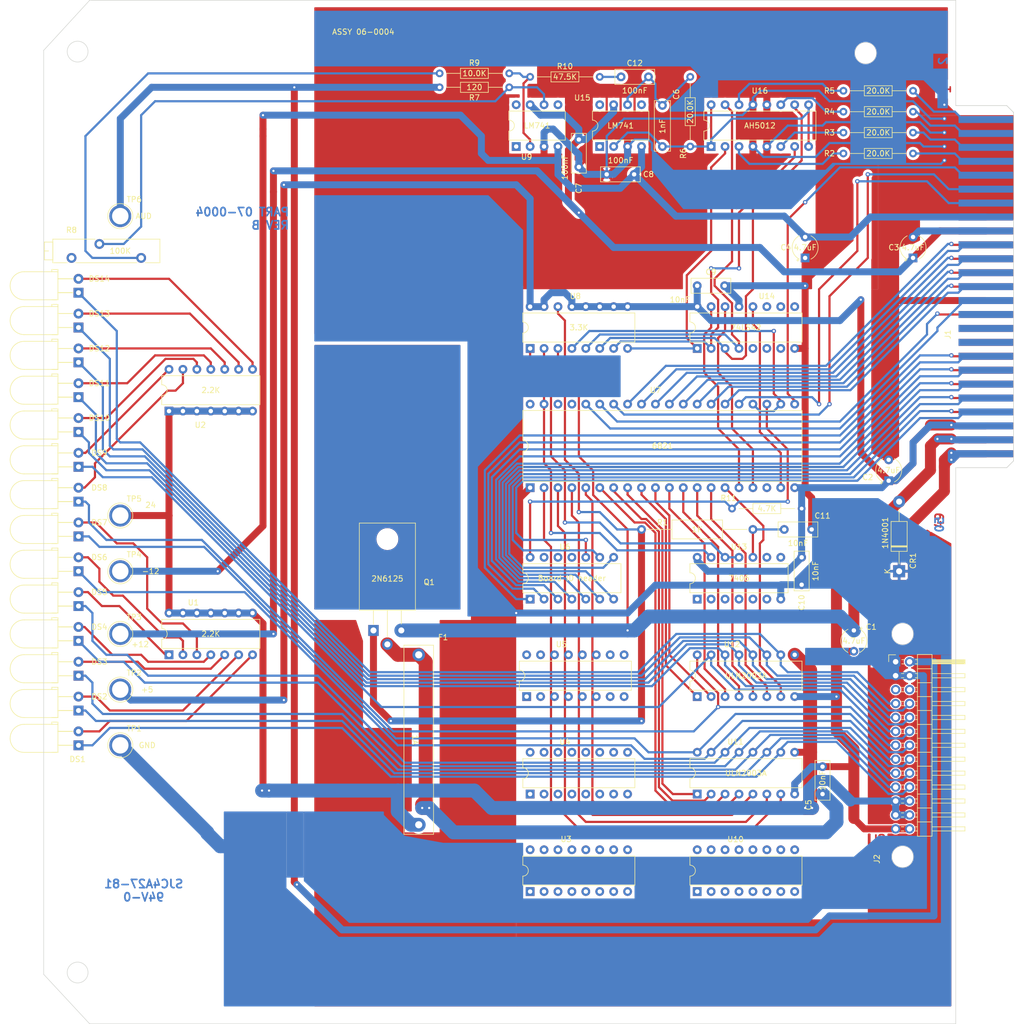
<source format=kicad_pcb>
(kicad_pcb (version 20221018) (generator pcbnew)
  (layers (0 "F.Cu" signal) (31 "B.Cu" signal) (34 "B.Paste" user) (35 "F.Paste" user) (36 "B.SilkS" user "B.Silkscreen") (37 "F.SilkS" user "F.Silkscreen") (38 "B.Mask" user) (39 "F.Mask" user) (44 "Edge.Cuts" user))
  (net 0 "")
  (net 95 "GND")
  (net 96 "BCLK")
  (net 97 "UNUSED1")
  (net 98 "R2R_audio_AGC")
  (net 99 "BGOUT_AGC")
  (net 100 "R{slash}~{W}")
  (net 101 "~{MRST}")
  (net 102 "PHI2")
  (net 103 "-12V")
  (net 104 "12V")
  (net 105 "DBB0")
  (net 106 "DBB1")
  (net 107 "DBB2")
  (net 108 "DBB3")
  (net 109 "DBB4")
  (net 110 "DBB5")
  (net 111 "DBB6")
  (net 112 "DBB7")
  (net 113 "BA0")
  (net 114 "BA1")
  (net 115 "BA2")
  (net 116 "BA3")
  (net 117 "BS11")
  (net 118 "BS12")
  (net 119 "BS13")
  (net 120 "BS1")
  (net 121 "BS2")
  (net 122 "BS3")
  (net 123 "BS4")
  (net 124 "BS5")
  (net 125 "BS6")
  (net 126 "BS7")
  (net 127 "BS8")
  (net 128 "BS9")
  (net 129 "BS10")
  (net 130 "5V")
  (net 131 "24R")
  (net 132 "24V")
  (net 133 "Net-(R2-Pad2)")
  (net 134 "Net-(R3-Pad2)")
  (net 135 "Net-(R4-Pad2)")
  (net 136 "Net-(R5-Pad2)")
  (net 137 "Net-(U15--)")
  (net 138 "Net-(C12-Pad2)")
  (net 139 "Net-(C12-Pad1)")
  (net 140 "Net-(R7-Pad2)")
  (net 141 "Net-(U9--)")
  (net 142 "AUD")
  (net 143 "Net-(R8-Pad1)")
  (net 144 "Net-(DS1-A)")
  (net 145 "Net-(DS2-A)")
  (net 146 "Net-(DS3-A)")
  (net 147 "Net-(DS4-A)")
  (net 148 "Net-(DS5-A)")
  (net 149 "Net-(DS6-A)")
  (net 150 "Net-(DS7-A)")
  (net 151 "Net-(DS8-A)")
  (net 152 "Net-(DS9-A)")
  (net 153 "Net-(DS10-A)")
  (net 154 "Net-(DS11-A)")
  (net 155 "Net-(DS12-A)")
  (net 156 "Net-(DS13-A)")
  (net 157 "Net-(DS14-A)")
  (net 158 "Net-(U14-0)")
  (net 159 "Net-(U14-1)")
  (net 160 "Net-(U14-2)")
  (net 161 "Net-(U14-3)")
  (net 162 "PB6")
  (net 163 "PB7")
  (net 164 "CB2")
  (net 165 "CS")
  (net 166 "CA2")
  (net 167 "PA0")
  (net 168 "PA1")
  (net 169 "PA2")
  (net 170 "PA3")
  (net 171 "PA4")
  (net 172 "PA5")
  (net 173 "PA6")
  (net 174 "PA7")
  (net 175 "PB0")
  (net 176 "PB1")
  (net 177 "PB2")
  (net 178 "PB3")
  (net 179 "PB4")
  (net 180 "PB5")
  (net 181 "Net-(Q1-C)")
  (net 182 "Net-(C11-Pad1)")
  (net 183 "24Vout")
  (net 184 "24Vpu")
  (net 185 "Net-(U6-Pin_14)")
  (net 186 "5Vpu")
  (net 187 "A0out")
  (net 188 "A1out")
  (net 189 "A2out")
  (net 190 "A3out")
  (net 191 "A4out")
  (net 192 "A5out")
  (net 193 "A6out")
  (net 194 "A7out")
  (net 195 "B0out")
  (net 196 "B1out")
  (net 197 "B2out")
  (net 198 "B3out")
  (net 199 "B4out")
  (net 200 "B5out")
  (footprint "Package_DIP:DIP-16_W7.62mm" (layer "F.Cu") (at 106.68 162.56 90)
    (fp_text reference "U3")
    (fp_text value "Unused DIP" hide)
  )
  (footprint "Package_DIP:DIP-14_W7.62mm" (layer "F.Cu") (at 137.16 109.22 90)
    (fp_text reference "U13")
    (fp_text value "7406")
  )
  (footprint "Capacitor_THT:C_Rect_L7.0mm_W2.5mm_P5.00mm" (layer "F.Cu") (at 156.21 101.6 -90)
    (fp_text reference "C10")
    (fp_text value "10nF")
  )
  (footprint "Evan's parts:R_Axial_DIN0204_L3.6mm_D1.6mm_P12.7mm_Horizontal" (layer "F.Cu") (at 173.99 24.13 180)
    (fp_text reference "R3")
    (fp_text value "20.0K")
  )
  (footprint "TestPoint:TestPoint_Plated_Hole_D3.0mm" (layer "F.Cu") (at 31.92 104.14)
    (fp_text reference "TP4")
    (fp_text value "-12")
  )
  (footprint "Package_DIP:DIP-16_W7.62mm" (layer "F.Cu") (at 137.16 162.56 90)
    (fp_text reference "U10")
    (fp_text value "Unused DIP" hide)
  )
  (footprint "TestPoint:TestPoint_Plated_Hole_D3.0mm" (layer "F.Cu") (at 31.92 93.98)
    (fp_text reference "TP5")
    (fp_text value "24")
  )
  (footprint "Evan's parts:CP_Radial_Tantal_D4mm_P3.81mm" (layer "F.Cu") (at 176.53 46.99 90)
    (fp_text reference "C3")
    (fp_text value "4.7uF")
  )
  (footprint "Potentiometer_THT:Potentiometer_Bourns_3005_Horizontal" (layer "F.Cu") (at 35.73 46.99)
    (fp_text reference "R8")
    (fp_text value "100K")
  )
  (footprint "TestPoint:TestPoint_Plated_Hole_D3.0mm" (layer "F.Cu") (at 31.92 125.73)
    (fp_text reference "TP2")
    (fp_text value "+5")
  )
  (footprint "Evan's parts:LED_D5.0mm_Horizontal_O3.81mm_Z15.0mm reversed" (layer "F.Cu") (at 24.3 120.65 -90)
    (fp_text reference "DS3")
    (fp_text value "LED")
  )
  (footprint "Package_DIP:DIP-14_W7.62mm" (layer "F.Cu") (at 106.68 109.22 90)
    (fp_text reference "U6")
    (fp_text value "Board ID header")
  )
  (footprint "Evan's parts:LED_D5.0mm_Horizontal_O3.81mm_Z15.0mm reversed" (layer "F.Cu") (at 24.3 63.5 -90)
    (fp_text reference "DS12")
    (fp_text value "LED")
  )
  (footprint "Capacitor_THT:C_Rect_L7.0mm_W2.5mm_P5.00mm" (layer "F.Cu") (at 115.57 25.4 -90)
    (fp_text reference "C7")
    (fp_text value "100nF")
  )
  (footprint "Capacitor_THT:C_Rect_L7.0mm_W2.5mm_P5.00mm" (layer "F.Cu") (at 153.035 96.52)
    (fp_text reference "C11")
    (fp_text value "10nF")
  )
  (footprint "Evan's parts:CP_Radial_Tantal_D4mm_P3.81mm" (layer "F.Cu") (at 165.735 114.935 -90)
    (fp_text reference "C1")
    (fp_text value "4.7uF")
  )
  (footprint "Package_DIP:DIP-16_W7.62mm" (layer "F.Cu") (at 139.7 26.67 90)
    (fp_text reference "U16")
    (fp_text value "AH5012")
  )
  (footprint "Evan's parts:R_Axial_DIN0204_L3.6mm_D1.6mm_P12.7mm_Horizontal" (layer "F.Cu") (at 92.71 15.875)
    (fp_text reference "R7")
    (fp_text value "120")
  )
  (footprint "Package_DIP:DIP-8_W7.62mm" (layer "F.Cu") (at 119.38 26.67 90)
    (fp_text reference "U15")
    (fp_text value "LM741")
  )
  (footprint "Evan's parts:R_Axial_DIN0204_L3.6mm_D1.6mm_P12.7mm_Horizontal" (layer "F.Cu") (at 173.99 16.51 180)
    (fp_text reference "R5")
    (fp_text value "20.0K")
  )
  (footprint "Capacitor_THT:C_Rect_L7.0mm_W2.5mm_P5.00mm" (layer "F.Cu") (at 120.65 31.75)
    (fp_text reference "C8")
    (fp_text value "100nF")
  )
  (footprint "Package_DIP:DIP-14_W7.62mm" (layer "F.Cu") (at 40.81 74.93 90)
    (fp_text reference "U2")
    (fp_text value "2.2K")
  )
  (footprint "Evan's parts:LED_D5.0mm_Horizontal_O3.81mm_Z15.0mm reversed" (layer "F.Cu") (at 24.3 57.15 -90)
    (fp_text reference "DS13")
    (fp_text value "LED")
  )
  (footprint "Evan's parts:LED_D5.0mm_Horizontal_O3.81mm_Z15.0mm reversed" (layer "F.Cu") (at 24.3 82.55 -90)
    (fp_text reference "DS9")
    (fp_text value "LED")
  )
  (footprint "Package_DIP:DIP-16_W7.62mm" (layer "F.Cu") (at 106.68 63.5 90)
    (fp_text reference "U8")
    (fp_text value "3.3K")
  )
  (footprint "Capacitor_THT:C_Rect_L7.0mm_W2.5mm_P5.00mm" (layer "F.Cu") (at 123.27 13.97)
    (fp_text reference "C12")
    (fp_text value "100nF")
  )
  (footprint "Resistor_THT:R_Axial_DIN0309_L9.0mm_D3.2mm_P20.32mm_Horizontal" (layer "F.Cu") (at 127 96.52)
    (fp_text reference "R1")
    (fp_text value "1K")
  )
  (footprint "Capacitor_THT:C_Rect_L7.0mm_W2.5mm_P5.00mm" (layer "F.Cu") (at 160.02 139.78 -90)
    (fp_text reference "C5")
    (fp_text value "10nF")
  )
  (footprint "Connector_PinHeader_2.54mm:PinHeader_2x13_P2.54mm_Horizontal" (layer "F.Cu") (at 173.355 120.65)
    (fp_text reference "J2")
    (fp_text value "character connector")
  )
  (footprint "Evan's parts:R_Axial_DIN0204_L3.6mm_D1.6mm_P12.7mm_Horizontal" (layer "F.Cu") (at 173.99 20.32 180)
    (fp_text reference "R4")
    (fp_text value "20.0K")
  )
  (footprint "Evan's parts:LED_D5.0mm_Horizontal_O3.81mm_Z15.0mm reversed" (layer "F.Cu") (at 24.3 107.95 -90)
    (fp_text reference "DS5")
    (fp_text value "LED")
  )
  (footprint "TestPoint:TestPoint_Plated_Hole_D3.0mm" (layer "F.Cu") (at 31.92 115.57)
    (fp_text reference "TP3")
    (fp_text value "+12")
  )
  (footprint "Package_DIP:DIP-40_W15.24mm" (layer "F.Cu") (at 106.68 88.9 90)
    (fp_text reference "U7")
    (fp_text value "6821")
  )
  (footprint "Evan's parts:LED_D5.0mm_Horizontal_O3.81mm_Z15.0mm reversed" (layer "F.Cu") (at 24.3 114.3 -90)
    (fp_text reference "DS4")
    (fp_text value "LED")
  )
  (footprint "Evan's parts:R_Axial_DIN0204_L3.6mm_D1.6mm_P12.7mm_Horizontal" (layer "F.Cu") (at 109.22 13.97)
    (fp_text reference "R10")
    (fp_text value "47.5K")
  )
  (footprint "Package_DIP:DIP-16_W7.62mm" (layer "F.Cu") (at 137.16 63.5 90)
    (fp_text reference "U14")
    (fp_text value "74LS42")
  )
  (footprint "Evan's parts:R_Axial_DIN0204_L3.6mm_D1.6mm_P12.7mm_Horizontal" (layer "F.Cu") (at 135.89 24.13 90)
    (fp_text reference "R6")
    (fp_text value "20.0K")
  )
  (footprint "Capacitor_THT:C_Rect_L7.0mm_W2.5mm_P5.00mm" (layer "F.Cu") (at 137.16 52.07)
    (fp_text reference "C9")
    (fp_text value "10nF")
  )
  (footprint "Package_DIP:DIP-16_W7.62mm" (layer "F.Cu") (at 106.68 144.78 90)
    (fp_text reference "U4")
    (fp_text value "Unused DIP" hide)
  )
  (footprint "Evan's parts:R_Axial_DIN0204_L3.6mm_D1.6mm_P12.7mm_Horizontal" (layer "F.Cu") (at 153.67 92.71 180)
    (fp_text reference "R11")
    (fp_text value "4.7K")
  )
  (footprint "Package_DIP:DIP-16_W7.62mm" (layer "F.Cu") (at 137.16 127 90)
    (fp_text reference "U12")
    (fp_text value "ULN2003A")
  )
  (footprint "Fuse:Fuseholder_Littelfuse_445_030_series_5x30mm" (layer "F.Cu") (at 86.36 119.38 -90)
    (fp_text reference "F1")
    (fp_text value "1A")
  )
  (footprint "Evan's parts:LED_D5.0mm_Horizontal_O3.81mm_Z15.0mm reversed" (layer "F.Cu") (at 24.3 76.2 -90)
    (fp_text reference "DS10")
    (fp_text value "LED")
  )
  (footprint "Evan's parts:CP_Radial_Tantal_D4mm_P3.81mm" (layer "F.Cu") (at 172.085 87.63 90)
    (fp_text reference "C2")
    (fp_text value "4.7uF")
  )
  (footprint "Evan's parts:LED_D5.0mm_Horizontal_O3.81mm_Z15.0mm reversed" (layer "F.Cu") (at 24.3 50.8 -90)
    (fp_text reference "DS14")
    (fp_text value "LED")
  )
  (footprint "Evan's parts:LED_D5.0mm_Horizontal_O3.81mm_Z15.0mm reversed" (layer "F.Cu") (at 24.3 69.85 -90)
    (fp_text reference "DS11")
    (fp_text value "LED")
  )
  (footprint "Evan's parts:R_Axial_DIN0204_L3.6mm_D1.6mm_P12.7mm_Horizontal" (layer "F.Cu") (at 92.71 13.335)
    (fp_text reference "R9")
    (fp_text value "10.0K")
  )
  (footprint "Evan's parts:CP_Radial_Tantal_D4mm_P3.81mm" (layer "F.Cu") (at 156.845 46.99 90)
    (fp_text reference "C4")
    (fp_text value "4.7uF")
  )
  (footprint "Evan's parts:LED_D5.0mm_Horizontal_O3.81mm_Z15.0mm reversed" (layer "F.Cu") (at 24.3 95.25 -90)
    (fp_text reference "DS7")
    (fp_text value "LED")
  )
  (footprint "TestPoint:TestPoint_Plated_Hole_D3.0mm" (layer "F.Cu") (at 31.92 135.89)
    (fp_text reference "TP1")
    (fp_text value "GND")
  )
  (footprint "TestPoint:TestPoint_Plated_Hole_D3.0mm" (layer "F.Cu") (at 31.92 39.37)
    (fp_text reference "TP6")
    (fp_text value "AUD")
  )
  (footprint "Evan's parts:Chuck_E_Cheese_small_card_edge" (layer "F.Cu") (at 189.81 21.75 90)
    (fp_text reference "J1")
    (fp_text value "card edge")
    (fp_line (start -63.5 3.81) (end -63.5 -5.49) (stroke (width 0.12)) (layer "Edge.Cuts"))
    (fp_line (start -62.23 5.08) (end -63.5 3.81) (stroke (width 0.12)) (layer "Edge.Cuts"))
    (fp_line (start -62.23 5.08) (end 1.27 5.08) (stroke (width 0.12)) (layer "Edge.Cuts"))
    (fp_line (start 2.54 3.81) (end 1.27 5.08) (stroke (width 0.12)) (layer "Edge.Cuts"))
    (fp_line (start 2.54 3.81) (end 2.54 -5.49) (stroke (width 0.12)) (layer "Edge.Cuts"))
  )
  (footprint "Package_DIP:DIP-16_W7.62mm" (layer "F.Cu") (at 106.045 127 90)
    (fp_text reference "U5")
    (fp_text value "Unused DIP" hide)
  )
  (footprint "Package_DIP:DIP-14_W7.62mm" (layer "F.Cu") (at 40.81 119.38 90)
    (fp_text reference "U1")
    (fp_text value "2.2K")
  )
  (footprint "Evan's parts:LED_D5.0mm_Horizontal_O3.81mm_Z15.0mm reversed" (layer "F.Cu") (at 24.3 133.35 -90)
    (fp_text reference "DS1")
    (fp_text value "LED")
  )
  (footprint "Diode_THT:D_DO-41_SOD81_P12.70mm_Horizontal" (layer "F.Cu") (at 173.99 104.14 90)
    (fp_text reference "CR1")
    (fp_text value "1N4001")
  )
  (footprint "Evan's parts:R_Axial_DIN0204_L3.6mm_D1.6mm_P12.7mm_Horizontal" (layer "F.Cu") (at 173.99 27.94 180)
    (fp_text reference "R2")
    (fp_text value "20.0K")
  )
  (footprint "Evan's parts:LED_D5.0mm_Horizontal_O3.81mm_Z15.0mm reversed" (layer "F.Cu") (at 24.3 127 -90)
    (fp_text reference "DS2")
    (fp_text value "LED")
  )
  (footprint "Evan's parts:LED_D5.0mm_Horizontal_O3.81mm_Z15.0mm reversed" (layer "F.Cu") (at 24.3 101.6 -90)
    (fp_text reference "DS6")
    (fp_text value "LED")
  )
  (footprint "Package_DIP:DIP-8_W7.62mm" (layer "F.Cu") (at 104.14 26.67 90)
    (fp_text reference "U9")
    (fp_text value "LM741")
  )
  (footprint "Capacitor_THT:C_Rect_L9.0mm_W2.7mm_P7.50mm_MKT" (layer "F.Cu") (at 130.81 26.67 90)
    (fp_text reference "C6")
    (fp_text value "1nF")
  )
  (footprint "Package_TO_SOT_THT:TO-220-3_Horizontal_TabDown" (layer "F.Cu") (at 78.105 114.935)
    (fp_text reference "Q1")
    (fp_text value "2N6125")
  )
  (footprint "Evan's parts:LED_D5.0mm_Horizontal_O3.81mm_Z15.0mm reversed" (layer "F.Cu") (at 24.3 88.9 -90)
    (fp_text reference "DS8")
    (fp_text value "LED")
  )
  (footprint "Package_DIP:DIP-16_W7.62mm" (layer "F.Cu") (at 137.16 144.78 90)
    (fp_text reference "U11")
    (fp_text value "ULN2003A")
  )
  (gr_line (start 26.34 0) (end 184.32 0) (stroke (width 0.1)) (layer "Edge.Cuts"))
  (gr_line (start 184.32 19.21) (end 184.32 0) (stroke (width 0.1)) (layer "Edge.Cuts"))
  (gr_line (start 184.32 85.25) (end 184.32 186.69) (stroke (width 0.1)) (layer "Edge.Cuts"))
  (gr_line (start 17.95 177.66) (end 26.34 186.69) (stroke (width 0.1)) (layer "Edge.Cuts"))
  (gr_line (start 17.95 177.66) (end 17.95 9.14) (stroke (width 0.1)) (layer "Edge.Cuts"))
  (gr_circle (center 24.14 9.36) (end 26.04 9.36) (stroke (width 0.1)) (fill none) (layer "Edge.Cuts"))
  (gr_circle (center 24.14 177.33) (end 26.04 177.33) (stroke (width 0.1)) (fill none) (layer "Edge.Cuts"))
  (gr_circle (center 174.625 156.21) (end 176.595 156.21) (stroke (width 0.1)) (fill none) (layer "Edge.Cuts"))
  (gr_circle (center 167.88 9.63) (end 169.85 9.63) (stroke (width 0.1)) (fill none) (layer "Edge.Cuts"))
  (gr_line (start 184.32 186.69) (end 26.34 186.69) (stroke (width 0.1)) (layer "Edge.Cuts"))
  (gr_circle (center 174.625 115.57) (end 176.595 115.57) (stroke (width 0.1)) (fill none) (layer "Edge.Cuts"))
  (gr_line (start 17.95 9.14) (end 26.34 0) (stroke (width 0.1)) (layer "Edge.Cuts"))
  (gr_text "1" (at 171.45 121.285 90) (layer "F.Cu") (effects (font (size 1.5 1.5) (thickness 0.3) bold) (justify left bottom)))
  (gr_text "25" (at 171.45 154.94 90) (layer "F.Cu") (effects (font (size 1.5 1.5) (thickness 0.3) bold) (justify left bottom)))
  (gr_text "1" (at 183.515 17.145 90) (layer "F.Cu") (effects (font (size 1.5 1.5) (thickness 0.3) bold) (justify left bottom)))
  (gr_text "49" (at 182.245 96.52 90) (layer "F.Cu") (effects (font (size 1.5 1.5) (thickness 0.3) bold) (justify left bottom)))
  (gr_text "PART 07-0004\nREV B" (at 62.865 41.91) (layer "B.Cu") (effects (font (size 1.5 1.5) (thickness 0.3) bold) (justify left bottom mirror)))
  (gr_text "SJC4A27-81\n94V-0" (at 36.195 164.465) (layer "B.Cu") (effects (font (size 1.5 1.5) (thickness 0.3) bold) (justify bottom mirror)))
  (gr_text "50" (at 182.245 93.98 90) (layer "B.Cu") (effects (font (size 1.5 1.5) (thickness 0.3) bold) (justify left bottom mirror)))
  (gr_text "2" (at 182.88 10.16 90) (layer "B.Cu") (effects (font (size 1.5 1.5) (thickness 0.3) bold) (justify left bottom mirror)))
  (gr_text "ASSY 06-0004" (at 70.485 6.35) (layer "F.SilkS") (effects (font (size 1 1)) (justify left bottom)))
  (segment (start 189.81 21.75) (end 183.675 21.75) (width 0.4) (layer "F.Cu") (net 95))
  (segment (start 154.94 63.5) (end 156.845 63.5) (width 1.27) (layer "F.Cu") (net 95))
  (segment (start 123.19 23.495) (end 120.65 23.495) (width 0.4) (layer "F.Cu") (net 95))
  (segment (start 156.845 63.5) (end 156.845 52.07) (width 1.27) (layer "F.Cu") (net 95))
  (segment (start 124.46 23.495) (end 123.19 23.495) (width 0.4) (layer "F.Cu") (net 95))
  (segment (start 124.46 26.67) (end 124.46 23.495) (width 1.27) (layer "F.Cu") (net 95))
  (segment (start 149.86 19.05) (end 149.86 26.67) (width 1.27) (layer "F.Cu") (net 95))
  (segment (start 158.035 96.52) (end 158.035 90.725) (width 1.27) (layer "F.Cu") (net 95))
  (segment (start 189.81 26.83) (end 183.675 26.83) (width 0.4) (layer "F.Cu") (net 95))
  (segment (start 109.22 26.67) (end 109.22 29.21) (width 1.27) (layer "F.Cu") (net 95))
  (segment (start 189.81 24.29) (end 183.675 24.29) (width 0.4) (layer "F.Cu") (net 95))
  (segment (start 183.675 24.29) (end 183.515 24.13) (width 0.4) (layer "F.Cu") (net 95))
  (segment (start 158.035 90.725) (end 156.845 89.535) (width 1.27) (layer "F.Cu") (net 95))
  (segment (start 124.46 26.67) (end 124.46 29.21) (width 1.27) (layer "F.Cu") (net 95))
  (segment (start 189.81 54.77) (end 172.88 54.77) (width 1.27) (layer "F.Cu") (net 95))
  (segment (start 189.81 29.37) (end 183.675 29.37) (width 0.4) (layer "F.Cu") (net 95))
  (segment (start 156.845 89.535) (end 156.845 63.5) (width 1.27) (layer "F.Cu") (net 95))
  (segment (start 120.65 23.495) (end 120.65 29.21) (width 0.4) (layer "F.Cu") (net 95))
  (segment (start 183.675 26.83) (end 183.515 26.67) (width 0.4) (layer "F.Cu") (net 95))
  (segment (start 183.675 21.75) (end 183.515 21.59) (width 0.4) (layer "F.Cu") (net 95))
  (segment (start 124.46 23.495) (end 125.73 23.495) (width 0.4) (layer "F.Cu") (net 95))
  (segment (start 156.845 52.07) (end 156.845 46.99) (width 1.27) (layer "F.Cu") (net 95))
  (segment (start 147.32 19.05) (end 147.32 16.51) (width 1.27) (layer "F.Cu") (net 95))
  (segment (start 147.32 26.67) (end 147.32 29.21) (width 1.27) (layer "F.Cu") (net 95))
  (segment (start 183.675 29.37) (end 183.515 29.21) (width 0.4) (layer "F.Cu") (net 95))
  (segment (start 123.19 23.495) (end 123.19 16.51) (width 0.4) (layer "F.Cu") (net 95))
  (segment (start 149.86 19.05) (end 149.86 15.875) (width 1.27) (layer "F.Cu") (net 95))
  (segment (start 106.68 88.9) (end 104.14 91.44) (width 1.27) (layer "F.Cu") (net 95))
  (segment (start 147.32 19.05) (end 147.32 26.67) (width 1.27) (layer "F.Cu") (net 95))
  (segment (start 120.65 23.495) (end 120.65 16.51) (width 0.4) (layer "F.Cu") (net 95))
  (segment (start 125.73 23.495) (end 125.73 16.51) (width 0.4) (layer "F.Cu") (net 95))
  (segment (start 149.86 26.67) (end 149.86 29.21) (width 1.27) (layer "F.Cu") (net 95))
  (via (at 182.245 19.05) (size 0.8) (drill 0.4) (layers "F.Cu" "B.Cu") (net 95))
  (via (at 182.245 29.21) (size 0.8) (drill 0.4) (layers "F.Cu" "B.Cu") (net 95))
  (via (at 182.245 26.67) (size 0.8) (drill 0.4) (layers "F.Cu" "B.Cu") (net 95))
  (via (at 182.245 24.13) (size 0.8) (drill 0.4) (layers "F.Cu" "B.Cu") (net 95))
  (via (at 156.845 52.07) (size 0.8) (drill 0.4) (layers "F.Cu" "B.Cu") (net 95))
  (via (at 104.14 111.76) (size 0.8) (drill 0.4) (layers "F.Cu" "B.Cu") (net 95))
  (via (at 182.245 21.59) (size 0.8) (drill 0.4) (layers "F.Cu" "B.Cu") (net 95))
  (segment (start 109.855 23.495) (end 110.89724 23.495) (width 1.27) (layer "B.Cu") (net 95))
  (segment (start 160.655 31.115) (end 132.715 31.115) (width 0.4) (layer "B.Cu") (net 95))
  (segment (start 177.64 42.07) (end 176.53 43.18) (width 1.27) (layer "B.Cu") (net 95))
  (segment (start 177.8 26.035) (end 178.435 26.67) (width 0.4) (layer "B.Cu") (net 95))
  (segment (start 148.59 16.51) (end 159.385 16.51) (width 0.4) (layer "B.Cu") (net 95))
  (segment (start 177.8 22.225) (end 179.705 24.13) (width 0.4) (layer "B.Cu") (net 95))
  (segment (start 115.57 30.4) (end 116.92 31.75) (width 1.27) (layer "B.Cu") (net 95))
  (segment (start 179.705 24.13) (end 182.245 24.13) (width 0.4) (layer "B.Cu") (net 95))
  (segment (start 135.89 21.59) (end 123.825 21.59) (width 0.4) (layer "B.Cu") (net 95))
  (segment (start 161.925 29.845) (end 160.655 31.115) (width 0.4) (layer "B.Cu") (net 95))
  (segment (start 180.975 29.845) (end 161.925 29.845) (width 0.4) (layer "B.Cu") (net 95))
  (segment (start 144.78 54.69) (end 142.16 52.07) (width 1.27) (layer "B.Cu") (net 95))
  (segment (start 124.46 111.76) (end 104.14 111.76) (width 1.27) (layer "B.Cu") (net 95))
  (segment (start 129.54 106.68) (end 124.46 111.76) (width 1.27) (layer "B.Cu") (net 95))
  (segment (start 153.67 22.86) (end 160.02 22.86) (width 0.4) (layer "B.Cu") (net 95))
  (segment (start 47.795 151.935) (end 50.165 154.305) (width 2.54) (layer "B.Cu") (net 95))
  (segment (start 147.32 19.05) (end 145.415 20.955) (width 0.4) (layer "B.Cu") (net 95))
  (segment (start 159.385 16.51) (end 161.29 18.415) (width 0.4) (layer "B.Cu") (net 95))
  (segment (start 125.73 25.4) (end 124.46 26.67) (width 0.4) (layer "B.Cu") (net 95))
  (segment (start 31.92 135.89) (end 47.795 151.765) (width 2.54) (layer "B.Cu") (net 95))
  (segment (start 142.16 52.07) (end 156.845 52.07) (width 1.27) (layer "B.Cu") (net 95))
  (segment (start 182.245 29.21) (end 181.61 29.845) (width 0.4) (layer "B.Cu") (net 95))
  (segment (start 160.02 22.86) (end 160.655 22.225) (width 0.4) (layer "B.Cu") (net 95))
  (segment (start 144.78 55.88) (end 144.78 54.69) (width 1.27) (layer "B.Cu") (net 95))
  (segment (start 161.29 18.415) (end 176.53 18.415) (width 0.4) (layer "B.Cu") (net 95))
  (segment (start 145.415 20.955) (end 136.525 20.955) (width 0.4) (layer "B.Cu") (net 95))
  (segment (start 158.75 28.575) (end 161.29 26.035) (width 0.4) (layer "B.Cu") (net 95))
  (segment (start 109.22 24.13) (end 109.855 23.495) (width 1.27) (layer "B.Cu") (net 95))
  (segment (start 132.715 31.115) (end 128.905 27.305) (width 0.4) (layer "B.Cu") (net 95))
  (segment (start 136.525 20.955) (end 135.89 21.59) (width 0.4) (layer "B.Cu") (net 95))
  (segment (start 116.92 31.75) (end 120.65 31.75) (width 1.27) (layer "B.Cu") (net 95))
  (segment (start 156.21 106.6) (end 152.48 106.6) (width 1.27) (layer "B.Cu") (net 95))
  (segment (start 152.4 109.22) (end 152.4 106.68) (width 1.27) (layer "B.Cu") (net 95))
  (segment (start 173.355 123.19) (end 175.895 123.19) (width 1.27) (layer "B.Cu") (net 95))
  (segment (start 50.165 154.305) (end 57.785 154.305) (width 2.54) (layer "B.Cu") (net 95))
  (segment (start 189.81 42.07) (end 177.64 42.07) (width 1.27) (layer "B.Cu") (net 95))
  (segment (start 147.32 26.67) (end 149.225 28.575) (width 0.4) (layer "B.Cu") (net 95))
  (segment (start 160.655 22.225) (end 177.8 22.225) (width 0.4) (layer "B.Cu") (net 95))
  (segment (start 123.825 21.59) (end 120.65 24.765) (width 0.4) (layer "B.Cu") (net 95))
  (segment (start 178.435 123.19) (end 178.435 153.67) (width 1.27) (layer "B.Cu") (net 95))
  (segment (start 109.22 26.67) (end 109.22 24.13) (width 1.27) (layer "B.Cu") (net 95))
  (segment (start 128.905 27.305) (end 128.905 26.035) (width 0.4) (layer "B.Cu") (net 95))
  (segment (start 178.435 26.67) (end 182.245 26.67) (width 0.4) (layer "B.Cu") (net 95))
  (segment (start 147.32 17.78) (end 148.59 16.51) (width 0.4) (layer "B.Cu") (net 95))
  (segment (start 176.53 18.415) (end 179.705 21.59) (width 0.4) (layer "B.Cu") (net 95))
  (segment (start 121.92 31.75) (end 124.46 29.21) (width 1.27) (layer "B.Cu") (net 95))
  (segment (start 181.61 29.845) (end 180.975 29.845) (width 0.4) (layer "B.Cu") (net 95))
  (segment (start 152.4 106.68) (end 129.54 106.68) (width 1.27) (layer "B.Cu") (net 95))
  (segment (start 110.89724 23.495) (end 115.57 28.16776) (width 1.27) (layer "B.Cu") (net 95))
  (segment (start 175.895 123.19) (end 178.435 123.19) (width 1.27) (layer "B.Cu") (net 95))
  (segment (start 128.27 25.4) (end 125.73 25.4) (width 0.4) (layer "B.Cu") (net 95))
  (segment (start 179.705 21.59) (end 182.245 21.59) (width 0.4) (layer "B.Cu") (net 95))
  (segment (start 149.86 26.67) (end 153.67 22.86) (width 0.4) (layer "B.Cu") (net 95))
  (segment (start 161.29 26.035) (end 177.8 26.035) (width 0.4) (layer "B.Cu") (net 95))
  (segment (start 149.225 28.575) (end 158.75 28.575) (width 0.4) (layer "B.Cu") (net 95))
  (segment (start 124.46 29.21) (end 124.46 26.67) (width 1.27) (layer "B.Cu") (net 95))
  (segment (start 120.65 24.765) (end 120.65 31.75) (width 0.4) (layer "B.Cu") (net 95))
  (segment (start 152.48 106.6) (end 152.4 106.68) (width 1.27) (layer "B.Cu") (net 95))
  (segment (start 128.905 26.035) (end 128.27 25.4) (width 0.4) (layer "B.Cu") (net 95))
  (segment (start 47.795 151.765) (end 47.795 151.935) (width 2.54) (layer "B.Cu") (net 95))
  (segment (start 120.65 31.75) (end 121.92 31.75) (width 1.27) (layer "B.Cu") (net 95))
  (segment (start 147.32 19.05) (end 147.32 17.78) (width 0.4) (layer "B.Cu") (net 95))
  (segment (start 115.57 28.16776) (end 115.57 30.4) (width 1.27) (layer "B.Cu") (net 95))
  (segment (start 184.15 20.32) (end 180.34 20.32) (width 0.4) (layer "B.Cu") (net 96))
  (segment (start 180.34 20.32) (end 176.53 16.51) (width 0.4) (layer "B.Cu") (net 96))
  (segment (start 185.58 21.75) (end 184.15 20.32) (width 0.4) (layer "B.Cu") (net 96))
  (segment (start 189.81 21.75) (end 185.58 21.75) (width 0.4) (layer "B.Cu") (net 96))
  (segment (start 176.53 20.32) (end 177.165 20.32) (width 0.4) (layer "B.Cu") (net 97))
  (segment (start 189.81 24.29) (end 185.58 24.29) (width 0.4) (layer "B.Cu") (net 97))
  (segment (start 185.58 24.29) (end 184.15 22.86) (width 0.4) (layer "B.Cu") (net 97))
  (segment (start 177.165 20.32) (end 179.705 22.86) (width 0.4) (layer "B.Cu") (net 97))
  (segment (start 184.15 22.86) (end 179.705 22.86) (width 0.4) (layer "B.Cu") (net 97))
  (segment (start 178.435 24.13) (end 179.705 25.4) (width 0.4) (layer "B.Cu") (net 98))
  (segment (start 176.53 24.13) (end 178.435 24.13) (width 0.4) (layer "B.Cu") (net 98))
  (segment (start 184.15 25.4) (end 185.58 26.83) (width 0.4) (layer "B.Cu") (net 98))
  (segment (start 179.705 25.4) (end 184.15 25.4) (width 0.4) (layer "B.Cu") (net 98))
  (segment (start 185.58 26.83) (end 189.81 26.83) (width 0.4) (layer "B.Cu") (net 98))
  (segment (start 189.81 29.37) (end 185.58 29.37) (width 0.4) (layer "B.Cu") (net 99))
  (segment (start 184.15 27.94) (end 176.53 27.94) (width 0.4) (layer "B.Cu") (net 99))
  (segment (start 185.58 29.37) (end 184.15 27.94) (width 0.4) (layer "B.Cu") (net 99))
  (segment (start 154.94 73.025) (end 154.94 73.66) (width 0.4) (layer "F.Cu") (net 100))
  (segment (start 153.67 71.755) (end 154.94 73.025) (width 0.4) (layer "F.Cu") (net 100))
  (segment (start 156.845 36.83) (end 153.67 40.005) (width 0.4) (layer "F.Cu") (net 100))
  (segment (start 153.67 40.005) (end 153.67 71.755) (width 0.4) (layer "F.Cu") (net 100))
  (via (at 156.845 36.83) (size 0.8) (drill 0.4) (layers "F.Cu" "B.Cu") (net 100))
  (segment (start 163.195 30.48) (end 184.15 30.48) (width 0.4) (layer "B.Cu") (net 100))
  (segment (start 185.58 31.91) (end 189.81 31.91) (width 0.4) (layer "B.Cu") (net 100))
  (segment (start 184.15 30.48) (end 185.58 31.91) (width 0.4) (layer "B.Cu") (net 100))
  (segment (start 156.845 36.83) (end 163.195 30.48) (width 0.4) (layer "B.Cu") (net 100))
  (segment (start 168.275 31.75) (end 168.275 46.99) (width 0.4) (layer "F.Cu") (net 101))
  (segment (start 168.275 46.99) (end 161.29 53.975) (width 0.4) (layer "F.Cu") (net 101))
  (segment (start 161.29 73.66) (end 161.29 53.975) (width 0.4) (layer "F.Cu") (net 101))
  (via (at 161.29 73.66) (size 0.8) (drill 0.4) (layers "F.Cu" "B.Cu") (net 101))
  (via (at 168.275 31.75) (size 0.8) (drill 0.4) (layers "F.Cu" "B.Cu") (net 101))
  (segment (start 159.385 75.565) (end 161.29 73.66) (width 0.4) (layer "B.Cu") (net 101))
  (segment (start 180.34 31.75) (end 168.275 31.75) (width 0.4) (layer "B.Cu") (net 101))
  (segment (start 121.92 73.66) (end 123.825 75.565) (width 0.4) (layer "B.Cu") (net 101))
  (segment (start 189.81 34.45) (end 183.04 34.45) (width 0.4) (layer "B.Cu") (net 101))
  (segment (start 183.04 34.45) (end 180.34 31.75) (width 0.4) (layer "B.Cu") (net 101))
  (segment (start 123.825 75.565) (end 159.385 75.565) (width 0.4) (layer "B.Cu") (net 101))
  (segment (start 159.385 52.705) (end 159.385 73.66) (width 0.4) (layer "F.Cu") (net 102))
  (segment (start 166.37 45.72) (end 159.385 52.705) (width 0.4) (layer "F.Cu") (net 102))
  (segment (start 166.37 33.02) (end 166.37 45.72) (width 0.4) (layer "F.Cu") (net 102))
  (via (at 166.37 33.02) (size 0.8) (drill 0.4) (layers "F.Cu" "B.Cu") (net 102))
  (via (at 159.385 73.66) (size 0.8) (drill 0.4) (layers "F.Cu" "B.Cu") (net 102))
  (segment (start 189.81 36.99) (end 183.04 36.99) (width 0.4) (layer "B.Cu") (net 102))
  (segment (start 144.78 73.66) (end 146.05 72.39) (width 0.4) (layer "B.Cu") (net 102))
  (segment (start 183.04 36.99) (end 179.07 33.02) (width 0.4) (layer "B.Cu") (net 102))
  (segment (start 146.05 72.39) (end 158.115 72.39) (width 0.4) (layer "B.Cu") (net 102))
  (segment (start 179.07 33.02) (end 166.37 33.02) (width 0.4) (layer "B.Cu") (net 102))
  (segment (start 158.115 72.39) (end 159.385 73.66) (width 0.4) (layer "B.Cu") (net 102))
  (segment (start 49.7 104.14) (end 57.955 95.885) (width 1.27) (layer "F.Cu") (net 103))
  (segment (start 57.955 24.765) (end 57.955 23.495) (width 1.27) (layer "F.Cu") (net 103))
  (segment (start 57.955 23.495) (end 57.955 20.955) (width 1.27) (layer "F.Cu") (net 103))
  (segment (start 57.955 95.885) (end 57.955 24.765) (width 1.27) (layer "F.Cu") (net 103))
  (via (at 49.7 104.14) (size 0.8) (drill 0.4) (layers "F.Cu" "B.Cu") (net 103))
  (via (at 57.955 20.955) (size 0.8) (drill 0.4) (layers "F.Cu" "B.Cu") (net 103))
  (segment (start 127 30.4) (end 125.65 31.75) (width 1.27) (layer "B.Cu") (net 103))
  (segment (start 189.81 39.53) (end 168.75 39.53) (width 1.27) (layer "B.Cu") (net 103))
  (segment (start 153.035 39.37) (end 133.27 39.37) (width 1.27) (layer "B.Cu") (net 103))
  (segment (start 133.27 39.37) (end 125.65 31.75) (width 1.27) (layer "B.Cu") (net 103))
  (segment (start 97.79 27.94) (end 97.79 24.765) (width 1.27) (layer "B.Cu") (net 103))
  (segment (start 123.11 34.29) (end 125.65 31.75) (width 1.27) (layer "B.Cu") (net 103))
  (segment (start 111.76 26.67) (end 111.76 29.21) (width 1.27) (layer "B.Cu") (net 103))
  (segment (start 111.76 29.21) (end 99.06 29.21) (width 1.27) (layer "B.Cu") (net 103))
  (segment (start 57.955 20.955) (end 93.98 20.955) (width 1.27) (layer "B.Cu") (net 103))
  (segment (start 99.06 29.21) (end 97.79 27.94) (width 1.27) (layer "B.Cu") (net 103))
  (segment (start 111.76 31.75) (end 114.3 34.29) (width 1.27) (layer "B.Cu") (net 103))
  (segment (start 31.92 104.14) (end 49.7 104.14) (width 1.27) (layer "B.Cu") (net 103))
  (segment (start 127 26.67) (end 127 30.4) (width 1.27) (layer "B.Cu") (net 103))
  (segment (start 165.1 43.18) (end 156.845 43.18) (width 1.27) (layer "B.Cu") (net 103))
  (segment (start 168.75 39.53) (end 165.1 43.18) (width 1.27) (layer "B.Cu") (net 103))
  (segment (start 156.845 43.18) (end 153.035 39.37) (width 1.27) (layer "B.Cu") (net 103))
  (segment (start 97.79 24.765) (end 93.98 20.955) (width 1.27) (layer "B.Cu") (net 103))
  (segment (start 111.76 29.21) (end 111.76 31.75) (width 1.27) (layer "B.Cu") (net 103))
  (segment (start 114.3 34.29) (end 123.11 34.29) (width 1.27) (layer "B.Cu") (net 103))
  (segment (start 59.86 31.115) (end 59.86 34.925) (width 1.27) (layer "F.Cu") (net 104))
  (segment (start 115.57 25.4) (end 113.665 27.305) (width 1.27) (layer "F.Cu") (net 104))
  (segment (start 113.665 36.83) (end 115.57 38.735) (width 1.27) (layer "F.Cu") (net 104))
  (segment (start 59.86 34.925) (end 59.86 115.57) (width 1.27) (layer "F.Cu") (net 104))
  (segment (start 181.45 42.07) (end 189.81 42.07) (width 1.27) (layer "F.Cu") (net 104))
  (segment (start 113.665 27.305) (end 113.665 36.83) (width 1.27) (layer "F.Cu") (net 104))
  (segment (start 176.53 46.99) (end 181.45 42.07) (width 1.27) (layer "F.Cu") (net 104))
  (via (at 59.86 31.115) (size 0.8) (drill 0.4) (layers "F.Cu" "B.Cu") (net 104))
  (via (at 115.57 38.735) (size 0.8) (drill 0.4) (layers "F.Cu" "B.Cu") (net 104))
  (via (at 59.86 115.57) (size 0.8) (drill 0.4) (layers "F.Cu" "B.Cu") (net 104))
  (segment (start 115.57 23.495) (end 113.03 20.955) (width 1.27) (layer "B.Cu") (net 104))
  (segment (start 107.95 31.115) (end 121.92 45.085) (width 1.27) (layer "B.Cu") (net 104))
  (segment (start 59.86 31.115) (end 107.95 31.115) (width 1.27) (layer "B.Cu") (net 104))
  (segment (start 153.035 49.53) (end 173.99 49.53) (width 1.27) (layer "B.Cu") (net 104))
  (segment (start 148.59 45.085) (end 153.035 49.53) (width 1.27) (layer "B.Cu") (net 104))
  (segment (start 108.585 20.955) (end 106.68 19.05) (width 1.27) (layer "B.Cu") (net 104))
  (segment (start 115.57 25.4) (end 116.84 25.4) (width 1.27) (layer "B.Cu") (net 104))
  (segment (start 116.84 25.4) (end 121.92 20.32) (width 1.27) (layer "B.Cu") (net 104))
  (segment (start 113.03 20.955) (end 108.585 20.955) (width 1.27) (layer "B.Cu") (net 104))
  (segment (start 121.92 19.05) (end 121.92 20.32) (width 1.27) (layer "B.Cu") (net 104))
  (segment (start 115.57 25.4) (end 115.57 23.495) (width 1.27) (layer "B.Cu") (net 104))
  (segment (start 121.92 45.085) (end 148.59 45.085) (width 1.27) (layer "B.Cu") (net 104))
  (segment (start 31.92 115.57) (end 59.86 115.57) (width 1.27) (layer "B.Cu") (net 104))
  (segment (start 173.99 49.53) (end 176.53 46.99) (width 1.27) (layer "B.Cu") (net 104))
  (segment (start 183.675 44.61) (end 183.515 44.45) (width 0.4) (layer "F.Cu") (net 105))
  (segment (start 189.81 44.61) (end 183.675 44.61) (width 0.4) (layer "F.Cu") (net 105))
  (via (at 183.515 44.45) (size 0.8) (drill 0.4) (layers "F.Cu" "B.Cu") (net 105))
  (segment (start 131.445 66.675) (end 124.46 73.66) (width 0.4) (layer "B.Cu") (net 105))
  (segment (start 182.88 44.45) (end 160.655 66.675) (width 0.4) (layer "B.Cu") (net 105))
  (segment (start 160.655 66.675) (end 131.445 66.675) (width 0.4) (layer "B.Cu") (net 105))
  (segment (start 183.515 44.45) (end 182.88 44.45) (width 0.4) (layer "B.Cu") (net 105))
  (segment (start 133.35 67.31) (end 127 73.66) (width 0.4) (layer "B.Cu") (net 106))
  (segment (start 185.895 44.61) (end 184.785 45.72) (width 0.4) (layer "B.Cu") (net 106))
  (segment (start 189.81 44.61) (end 185.895 44.61) (width 0.4) (layer "B.Cu") (net 106))
  (segment (start 184.785 45.72) (end 182.88 45.72) (width 0.4) (layer "B.Cu") (net 106))
  (segment (start 161.29 67.31) (end 133.35 67.31) (width 0.4) (layer "B.Cu") (net 106))
  (segment (start 182.88 45.72) (end 161.29 67.31) (width 0.4) (layer "B.Cu") (net 106))
  (segment (start 183.675 47.15) (end 183.515 46.99) (width 0.4) (layer "F.Cu") (net 107))
  (segment (start 189.81 47.15) (end 183.675 47.15) (width 0.4) (layer "F.Cu") (net 107))
  (via (at 183.515 46.99) (size 0.8) (drill 0.4) (layers "F.Cu" "B.Cu") (net 107))
  (segment (start 135.255 67.945) (end 129.54 73.66) (width 0.4) (layer "B.Cu") (net 107))
  (segment (start 182.88 46.99) (end 161.925 67.945) (width 0.4) (layer "B.Cu") (net 107))
  (segment (start 161.925 67.945) (end 135.255 67.945) (width 0.4) (layer "B.Cu") (net 107))
  (segment (start 183.515 46.99) (end 182.88 46.99) (width 0.4) (layer "B.Cu") (net 107))
  (segment (start 184.785 48.26) (end 182.88 48.26) (width 0.4) (layer "B.Cu") (net 108))
  (segment (start 162.525 68.615) (end 137.125 68.615) (width 0.4) (layer "B.Cu") (net 108))
  (segment (start 185.895 47.15) (end 184.785 48.26) (width 0.4) (layer "B.Cu") (net 108))
  (segment (start 189.81 47.15) (end 185.895 47.15) (width 0.4) (layer "B.Cu") (net 108))
  (segment (start 182.88 48.26) (end 162.525 68.615) (width 0.4) (layer "B.Cu") (net 108))
  (segment (start 137.125 68.615) (end 132.08 73.66) (width 0.4) (layer "B.Cu") (net 108))
  (segment (start 183.675 49.69) (end 183.515 49.53) (width 0.4) (layer "F.Cu") (net 109))
  (segment (start 189.81 49.69) (end 183.675 49.69) (width 0.4) (layer "F.Cu") (net 109))
  (via (at 183.515 49.53) (size 0.8) (drill 0.4) (layers "F.Cu" "B.Cu") (net 109))
  (segment (start 163.195 69.215) (end 139.065 69.215) (width 0.4) (layer "B.Cu") (net 109))
  (segment (start 183.515 49.53) (end 182.88 49.53) (width 0.4) (layer "B.Cu") (net 109))
  (segment (start 182.88 49.53) (end 163.195 69.215) (width 0.4) (layer "B.Cu") (net 109))
  (segment (start 139.065 69.215) (end 134.62 73.66) (width 0.4) (layer "B.Cu") (net 109))
  (segment (start 189.81 49.69) (end 185.895 49.69) (width 0.4) (layer "B.Cu") (net 110))
  (segment (start 185.895 49.69) (end 184.785 50.8) (width 0.4) (layer "B.Cu") (net 110))
  (segment (start 140.97 69.85) (end 137.16 73.66) (width 0.4) (layer "B.Cu") (net 110))
  (segment (start 163.83 69.85) (end 140.97 69.85) (width 0.4) (layer "B.Cu") (net 110))
  (segment (start 182.88 50.8) (end 163.83 69.85) (width 0.4) (layer "B.Cu") (net 110))
  (segment (start 184.785 50.8) (end 182.88 50.8) (width 0.4) (layer "B.Cu") (net 110))
  (segment (start 189.81 52.23) (end 183.675 52.23) (width 0.4) (layer "F.Cu") (net 111))
  (segment (start 183.675 52.23) (end 183.515 52.07) (width 0.4) (layer "F.Cu") (net 111))
  (via (at 183.515 52.07) (size 0.8) (drill 0.4) (layers "F.Cu" "B.Cu") (net 111))
  (segment (start 142.875 70.485) (end 139.7 73.66) (width 0.4) (layer "B.Cu") (net 111))
  (segment (start 183.515 52.07) (end 182.88 52.07) (width 0.4) (layer "B.Cu") (net 111))
  (segment (start 164.465 70.485) (end 142.875 70.485) (width 0.4) (layer "B.Cu") (net 111))
  (segment (start 182.88 52.07) (end 164.465 70.485) (width 0.4) (layer "B.Cu") (net 111))
  (segment (start 185.895 52.23) (end 184.785 53.34) (width 0.4) (layer "B.Cu") (net 112))
  (segment (start 165.1 71.12) (end 144.78 71.12) (width 0.4) (layer "B.Cu") (net 112))
  (segment (start 184.785 53.34) (end 182.88 53.34) (width 0.4) (layer "B.Cu") (net 112))
  (segment (start 182.88 53.34) (end 165.1 71.12) (width 0.4) (layer "B.Cu") (net 112))
  (segment (start 144.78 71.12) (end 142.24 73.66) (width 0.4) (layer "B.Cu") (net 112))
  (segment (start 189.81 52.23) (end 185.895 52.23) (width 0.4) (layer "B.Cu") (net 112))
  (segment (start 121.285 78.105) (end 116.84 73.66) (width 0.4) (layer "B.Cu") (net 113))
  (segment (start 180.975 59.69) (end 180.975 60.325) (width 0.4) (layer "B.Cu") (net 113))
  (segment (start 185.26 55.405) (end 180.975 59.69) (width 0.4) (layer "B.Cu") (net 113))
  (segment (start 189.81 54.77) (end 185.26 54.77) (width 0.4) (layer "B.Cu") (net 113))
  (segment (start 180.975 60.325) (end 163.195 78.105) (width 0.4) (layer "B.Cu") (net 113))
  (segment (start 163.195 78.105) (end 121.285 78.105) (width 0.4) (layer "B.Cu") (net 113))
  (segment (start 185.26 54.77) (end 185.26 55.405) (width 0.4) (layer "B.Cu") (net 113))
  (segment (start 180.975 57.15) (end 181.135 57.31) (width 0.4) (layer "F.Cu") (net 114))
  (segment (start 181.135 57.31) (end 189.81 57.31) (width 0.4) (layer "F.Cu") (net 114))
  (via (at 180.975 57.15) (size 0.8) (drill 0.4) (layers "F.Cu" "B.Cu") (net 114))
  (segment (start 179.07 59.055) (end 180.975 57.15) (width 0.4) (layer "B.Cu") (net 114))
  (segment (start 122.555 76.835) (end 163.195 76.835) (width 0.4) (layer "B.Cu") (net 114))
  (segment (start 179.07 60.96) (end 179.07 59.055) (width 0.4) (layer "B.Cu") (net 114))
  (segment (start 119.38 73.66) (end 122.555 76.835) (width 0.4) (layer "B.Cu") (net 114))
  (segment (start 163.195 76.835) (end 179.07 60.96) (width 0.4) (layer "B.Cu") (net 114))
  (segment (start 189.81 64.93) (end 183.675 64.93) (width 0.4) (layer "F.Cu") (net 120))
  (segment (start 183.675 64.93) (end 183.515 64.77) (width 0.4) (layer "F.Cu") (net 120))
  (via (at 183.515 64.77) (size 0.8) (drill 0.4) (layers "F.Cu" "B.Cu") (net 120))
  (segment (start 98.425 103.505) (end 104.14 109.22) (width 0.4) (layer "B.Cu") (net 120))
  (segment (start 104.775 79.375) (end 98.425 85.725) (width 0.4) (layer "B.Cu") (net 120))
  (segment (start 98.425 85.725) (end 98.425 103.505) (width 0.4) (layer "B.Cu") (net 120))
  (segment (start 183.515 64.77) (end 177.8 64.77) (width 0.4) (layer "B.Cu") (net 120))
  (segment (start 104.14 109.22) (end 106.68 109.22) (width 0.4) (layer "B.Cu") (net 120))
  (segment (start 177.8 64.77) (end 163.195 79.375) (width 0.4) (layer "B.Cu") (net 120))
  (segment (start 163.195 79.375) (end 104.775 79.375) (width 0.4) (layer "B.Cu") (net 120))
  (segment (start 163.195 80.645) (end 104.775 80.645) (width 0.4) (layer "B.Cu") (net 121))
  (segment (start 107.315 107.315) (end 109.22 109.22) (width 0.4) (layer "B.Cu") (net 121))
  (segment (start 189.81 64.93) (end 185.895 64.93) (width 0.4) (layer "B.Cu") (net 121))
  (segment (start 99.06 86.36) (end 99.06 102.87) (width 0.4) (layer "B.Cu") (net 121))
  (segment (start 103.505 107.315) (end 107.315 107.315) (width 0.4) (layer "B.Cu") (net 121))
  (segment (start 177.8 66.04) (end 163.195 80.645) (width 0.4) (layer "B.Cu") (net 121))
  (segment (start 104.775 80.645) (end 99.06 86.36) (width 0.4) (layer "B.Cu") (net 121))
  (segment (start 184.785 66.04) (end 177.8 66.04) (width 0.4) (layer "B.Cu") (net 121))
  (segment (start 99.06 102.87) (end 103.505 107.315) (width 0.4) (layer "B.Cu") (net 121))
  (segment (start 185.895 64.93) (end 184.785 66.04) (width 0.4) (layer "B.Cu") (net 121))
  (segment (start 183.675 67.47) (end 183.515 67.31) (width 0.4) (layer "F.Cu") (net 122))
  (segment (start 189.81 67.47) (end 183.675 67.47) (width 0.4) (layer "F.Cu") (net 122))
  (via (at 183.515 67.31) (size 0.8) (drill 0.4) (layers "F.Cu" "B.Cu") (net 122))
  (segment (start 99.695 86.995) (end 99.695 102.235) (width 0.4) (layer "B.Cu") (net 122))
  (segment (start 177.8 67.31) (end 163.195 81.915) (width 0.4) (layer "B.Cu") (net 122))
  (segment (start 99.695 102.235) (end 104.14 106.68) (width 0.4) (layer "B.Cu") (net 122))
  (segment (start 104.775 81.915) (end 99.695 86.995) (width 0.4) (layer "B.Cu") (net 122))
  (segment (start 183.515 67.31) (end 177.8 67.31) (width 0.4) (layer "B.Cu") (net 122))
  (segment (start 109.22 106.68) (end 111.76 109.22) (width 0.4) (layer "B.Cu") (net 122))
  (segment (start 163.195 81.915) (end 104.775 81.915) (width 0.4) (layer "B.Cu") (net 122))
  (segment (start 104.14 106.68) (end 109.22 106.68) (width 0.4) (layer "B.Cu") (net 122))
  (segment (start 189.81 67.47) (end 185.895 67.47) (width 0.4) (layer "B.Cu") (net 123))
  (segment (start 184.785 68.58) (end 177.8 68.58) (width 0.4) (layer "B.Cu") (net 123))
  (segment (start 111.125 106.045) (end 114.3 109.22) (width 0.4) (layer "B.Cu") (net 123))
  (segment (start 100.47 101.959112) (end 104.555888 106.045) (width 0.4) (layer "B.Cu") (net 123))
  (segment (start 100.47 87.478832) (end 100.47 101.959112) (width 0.4) (layer "B.Cu") (net 123))
  (segment (start 104.775 83.185) (end 104.035 83.925) (width 0.4) (layer "B.Cu") (net 123))
  (segment (start 177.8 68.58) (end 163.195 83.185) (width 0.4) (layer "B.Cu") (net 123))
  (segment (start 104.023832 83.925) (end 100.47 87.478832) (width 0.4) (layer "B.Cu") (net 123))
  (segment (start 185.895 67.47) (end 184.785 68.58) (width 0.4) (layer "B.Cu") (net 123))
  (segment (start 163.195 83.185) (end 104.775 83.185) (width 0.4) (layer "B.Cu") (net 123))
  (segment (start 104.035 83.925) (end 104.023832 83.925) (width 0.4) (layer "B.Cu") (net 123))
  (segment (start 104.555888 106.045) (end 111.125 106.045) (width 0.4) (layer "B.Cu") (net 123))
  (segment (start 189.81 70.01) (end 183.675 70.01) (width 0.4) (layer "F.Cu") (net 124))
  (segment (start 183.675 70.01) (end 183.515 69.85) (width 0.4) (layer "F.Cu") (net 124))
  (via (at 183.515 69.85) (size 0.8) (drill 0.4) (layers "F.Cu" "B.Cu") (net 124))
  (segment (start 104.769416 105.41) (end 113.03 105.41) (width 0.4) (layer "B.Cu") (net 124))
  (segment (start 101.07 101.710584) (end 104.769416 105.41) (width 0.4) (layer "B.Cu") (net 124))
  (segment (start 183.515 69.85) (end 177.8 69.85) (width 0.4) (layer "B.Cu") (net 124))
  (segment (start 113.03 105.41) (end 116.84 109.22) (width 0.4) (layer "B.Cu") (net 124))
  (segment (start 163.125 84.525) (end 104.27236 84.525) (width 0.4) (layer "B.Cu") (net 124))
  (segment (start 101.07 87.72736) (end 101.07 101.710584) (width 0.4) (layer "B.Cu") (net 124))
  (segment (start 177.8 69.85) (end 163.125 84.525) (width 0.4) (layer "B.Cu") (net 124))
  (segment (start 104.27236 84.525) (end 101.07 87.72736) (width 0.4) (layer "B.Cu") (net 124))
  (segment (start 184.785 71.12) (end 177.8 71.12) (width 0.4) (layer "B.Cu") (net 125))
  (segment (start 189.81 70.01) (end 185.895 70.01) (width 0.4) (layer "B.Cu") (net 125))
  (segment (start 163.83 85.09) (end 163.83 85.125) (width 0.4) (layer "B.Cu") (net 125))
  (segment (start 114.935 104.775) (end 119.38 109.22) (width 0.4) (layer "B.Cu") (net 125))
  (segment (start 104.982944 104.775) (end 114.935 104.775) (width 0.4) (layer "B.Cu") (net 125))
  (segment (start 101.67 87.975888) (end 101.67 101.462056) (width 0.4) (layer "B.Cu") (net 125))
  (segment (start 104.520888 85.125) (end 101.67 87.975888) (width 0.4) (layer "B.Cu") (net 125))
  (segment (start 177.8 71.12) (end 163.83 85.09) (width 0.4) (layer "B.Cu") (net 125))
  (segment (start 163.83 85.125) (end 104.520888 85.125) (width 0.4) (layer "B.Cu") (net 125))
  (segment (start 101.67 101.462056) (end 104.982944 104.775) (width 0.4) (layer "B.Cu") (net 125))
  (segment (start 185.895 70.01) (end 184.785 71.12) (width 0.4) (layer "B.Cu") (net 125))
  (segment (start 189.81 72.55) (end 183.675 72.55) (width 0.4) (layer "F.Cu") (net 126))
  (segment (start 183.675 72.55) (end 183.515 72.39) (width 0.4) (layer "F.Cu") (net 126))
  (via (at 183.515 72.39) (size 0.8) (drill 0.4) (layers "F.Cu" "B.Cu") (net 126))
  (segment (start 183.515 72.39) (end 177.8 72.39) (width 0.4) (layer "B.Cu") (net 126))
  (segment (start 164.465 85.725) (end 104.769416 85.725) (width 0.4) (layer "B.Cu") (net 126))
  (segment (start 177.8 72.39) (end 164.465 85.725) (width 0.4) (layer "B.Cu") (net 126))
  (segment (start 104.769416 85.725) (end 102.27 88.224416) (width 0.4) (layer "B.Cu") (net 126))
  (segment (start 102.27 101.213528) (end 105.196472 104.14) (width 0.4) (layer "B.Cu") (net 126))
  (segment (start 102.27 88.224416) (end 102.27 101.213528) (width 0.4) (layer "B.Cu") (net 126))
  (segment (start 105.196472 104.14) (end 116.84 104.14) (width 0.4) (layer "B.Cu") (net 126))
  (segment (start 116.84 104.14) (end 121.92 109.22) (width 0.4) (layer "B.Cu") (net 126))
  (segment (start 189.81 72.55) (end 185.895 72.55) (width 0.4) (layer "B.Cu") (net 127))
  (segment (start 120.015 103.505) (end 121.92 101.6) (width 0.4) (layer "B.Cu") (net 127))
  (segment (start 185.895 72.55) (end 184.785 73.66) (width 0.4) (layer "B.Cu") (net 127))
  (segment (start 102.87 100.965) (end 105.41 103.505) (width 0.4) (layer "B.Cu") (net 127))
  (segment (start 104.912944 86.43) (end 102.87 88.472944) (width 0.4) (layer "B.Cu") (net 127))
  (segment (start 184.785 73.66) (end 177.8 73.66) (width 0.4) (layer "B.Cu") (net 127))
  (segment (start 165.03 86.43) (end 104.912944 86.43) (width 0.4) (layer "B.Cu") (net 127))
  (segment (start 177.8 73.66) (end 165.03 86.43) (width 0.4) (layer "B.Cu") (net 127))
  (segment (start 102.87 88.472944) (end 102.87 100.965) (width 0.4) (layer "B.Cu") (net 127))
  (segment (start 105.41 103.505) (end 120.015 103.505) (width 0.4) (layer "B.Cu") (net 127))
  (segment (start 183.675 75.09) (end 183.515 74.93) (width 0.4) (layer "F.Cu") (net 128))
  (segment (start 189.81 75.09) (end 183.675 75.09) (width 0.4) (layer "F.Cu") (net 128))
  (via (at 183.515 74.93) (size 0.8) (drill 0.4) (layers "F.Cu" "B.Cu") (net 128))
  (segment (start 105.161472 87.03) (end 103.505 88.686472) (width 0.4) (layer "B.Cu") (net 128))
  (segment (start 165.7 87.03) (end 105.161472 87.03) (width 0.4) (layer "B.Cu") (net 128))
  (segment (start 103.505 98.425) (end 105.41 100.33) (width 0.4) (layer "B.Cu") (net 128))
  (segment (start 105.41 100.33) (end 118.11 100.33) (width 0.4) (layer "B.Cu") (net 128))
  (segment (start 118.11 100.33) (end 119.38 101.6) (width 0.4) (layer "B.Cu") (net 128))
  (segment (start 177.8 74.93) (end 165.7 87.03) (width 0.4) (layer "B.Cu") (net 128))
  (segment (start 183.515 74.93) (end 177.8 74.93) (width 0.4) (layer "B.Cu") (net 128))
  (segment (start 103.505 88.686472) (end 103.505 98.425) (width 0.4) (layer "B.Cu") (net 128))
  (segment (start 116.84 98.425) (end 116.84 101.6) (width 0.4) (layer "F.Cu") (net 129))
  (via (at 116.84 98.425) (size 0.8) (drill 0.4) (layers "F.Cu" "B.Cu") (net 129))
  (segment (start 185.895 75.09) (end 184.785 76.2) (width 0.4) (layer "B.Cu") (net 129))
  (segment (start 104.14 88.9) (end 104.14 97.155) (width 0.4) (layer "B.Cu") (net 129))
  (segment (start 105.41 98.425) (end 116.84 98.425) (width 0.4) (layer "B.Cu") (net 129))
  (segment (start 177.8 76.2) (end 166.37 87.63) (width 0.4) (layer "B.Cu") (net 129))
  (segment (start 166.37 87.63) (end 105.41 87.63) (width 0.4) (layer "B.Cu") (net 129))
  (segment (start 104.14 97.155) (end 105.41 98.425) (width 0.4) (layer "B.Cu") (net 129))
  (segment (start 105.41 87.63) (end 104.14 88.9) (width 0.4) (layer "B.Cu") (net 129))
  (segment (start 184.785 76.2) (end 177.8 76.2) (width 0.4) (layer "B.Cu") (net 129))
  (segment (start 189.81 75.09) (end 185.895 75.09) (width 0.4) (layer "B.Cu") (net 129))
  (segment (start 183.515 77.47) (end 183.675 77.63) (width 1.27) (layer "F.Cu") (net 130))
  (segment (start 167.005 82.55) (end 167.005 54.61) (width 1.27) (layer "F.Cu") (net 130))
  (segment (start 61.765 38.1) (end 61.765 127.635) (width 1.27) (layer "F.Cu") (net 130))
  (segment (start 189.81 77.63) (end 183.675 77.63) (width 1.27) (layer "F.Cu") (net 130))
  (segment (start 173.355 87.63) (end 172.085 87.63) (width 1.27) (layer "F.Cu") (net 130))
  (segment (start 61.765 33.655) (end 61.765 38.1) (width 1.27) (layer "F.Cu") (net 130))
  (segment (start 176.53 84.455) (end 173.355 87.63) (width 1.27) (layer "F.Cu") (net 130))
  (segment (start 179.07 78.105) (end 176.53 80.645) (width 1.27) (layer "F.Cu") (net 130))
  (segment (start 176.53 80.645) (end 176.53 84.455) (width 1.27) (layer "F.Cu") (net 130))
  (segment (start 183.515 77.47) (end 179.705 77.47) (width 2) (layer "F.Cu") (net 130))
  (segment (start 172.085 87.63) (end 167.005 82.55) (width 1.27) (layer "F.Cu") (net 130))
  (via (at 61.765 33.655) (size 0.8) (drill 0.4) (layers "F.Cu" "B.Cu") (net 130))
  (via (at 61.765 127.635) (size 0.8) (drill 0.4) (layers "F.Cu" "B.Cu") (net 130))
  (via (at 183.515 77.47) (size 0.8) (drill 0.4) (layers "F.Cu" "B.Cu") (net 130))
  (via (at 167.005 54.61) (size 0.8) (drill 0.4) (layers "F.Cu" "B.Cu") (net 130))
  (segment (start 110.49 53.34) (end 109.22 54.61) (width 1.27) (layer "B.Cu") (net 130))
  (segment (start 176.53 84.455) (end 173.355 87.63) (width 1.27) (layer "B.Cu") (net 130))
  (segment (start 176.53 80.645) (end 176.53 84.455) (width 1.27) (layer "B.Cu") (net 130))
  (segment (start 113.03 53.34) (end 110.49 53.34) (width 1.27) (layer "B.Cu") (net 130))
  (segment (start 104.14 33.655) (end 106.68 36.195) (width 1.27) (layer "B.Cu") (net 130))
  (segment (start 31.92 125.73) (end 33.825 127.635) (width 1.27) (layer "B.Cu") (net 130))
  (segment (start 154.94 88.9) (end 156.21 88.9) (width 1.27) (layer "B.Cu") (net 130))
  (segment (start 137.16 55.88) (end 124.46 55.88) (width 1.27) (layer "B.Cu") (net 130))
  (segment (start 156.21 101.6) (end 156.21 92.71) (width 1.27) (layer "B.Cu") (net 130))
  (segment (start 61.765 33.655) (end 104.14 33.655) (width 1.27) (layer "B.Cu") (net 130))
  (segment (start 170.815 88.9) (end 172.085 87.63) (width 1.27) (layer "B.Cu") (net 130))
  (segment (start 156.21 101.6) (end 153.67 104.14) (width 1.27) (layer "B.Cu") (net 130))
  (segment (start 179.705 77.47) (end 176.53 80.645) (width 1.27) (layer "B.Cu") (net 130))
  (segment (start 163.195 58.42) (end 167.005 54.61) (width 1.27) (layer "B.Cu") (net 130))
  (segment (start 106.68 36.195) (end 106.68 55.88) (width 1.27) (layer "B.Cu") (net 130))
  (segment (start 124.46 55.88) (end 114.3 55.88) (width 1.27) (layer "B.Cu") (net 130))
  (segment (start 137.16 102.235) (end 137.16 101.6) (width 1.27) (layer "B.Cu") (net 130))
  (segment (start 139.065 104.14) (end 137.16 102.235) (width 1.27) (layer "B.Cu") (net 130))
  (segment (start 156.845 88.9) (end 170.815 88.9) (width 1.27) (layer "B.Cu") (net 130))
  (segment (start 189.81 77.63) (end 184.31 77.63) (width 1.27) (layer "B.Cu") (net 130))
  (segment (start 109.22 54.61) (end 109.22 55.88) (width 1.27) (layer "B.Cu") (net 130))
  (segment (start 156.21 88.9) (end 156.845 88.9) (width 1.27) (layer "B.Cu") (net 130))
  (segment (start 153.67 104.14) (end 139.065 104.14) (width 1.27) (layer "B.Cu") (net 130))
  (segment (start 33.825 127.635) (end 61.765 127.635) (width 1.27) (layer "B.Cu") (net 130))
  (segment (start 183.515 77.47) (end 179.705 77.47) (width 1.27) (layer "B.Cu") (net 130))
  (segment (start 137.16 55.88) (end 139.7 58.42) (width 1.27) (layer "B.Cu") (net 130))
  (segment (start 156.21 92.71) (end 156.21 88.9) (width 1.27) (layer "B.Cu") (net 130))
  (segment (start 109.22 55.88) (end 106.68 55.88) (width 1.27) (layer "B.Cu") (net 130))
  (segment (start 114.3 54.61) (end 113.03 53.34) (width 1.27) (layer "B.Cu") (net 130))
  (segment (start 137.16 55.88) (end 137.16 52.07) (width 1.27) (layer "B.Cu") (net 130))
  (segment (start 114.3 55.88) (end 114.3 54.61) (width 1.27) (layer "B.Cu") (net 130))
  (segment (start 139.7 58.42) (end 163.195 58.42) (width 1.27) (layer "B.Cu") (net 130))
  (segment (start 172.085 87.63) (end 172.72 87.63) (width 1.27) (layer "B.Cu") (net 130))
  (segment (start 171.45 93.98) (end 173.99 91.44) (width 2) (layer "F.Cu") (net 131))
  (segment (start 162.56 97.79) (end 166.37 93.98) (width 2) (layer "F.Cu") (net 131))
  (segment (start 180.975 80.01) (end 183.515 80.01) (width 2) (layer "F.Cu") (net 131))
  (segment (start 162.56 133.35) (end 162.56 118.745) (width 2) (layer "F.Cu") (net 131))
  (segment (start 165.735 136.525) (end 162.56 133.35) (width 2) (layer "F.Cu") (net 131))
  (segment (start 189.81 80.17) (end 183.675 80.17) (width 1.27) (layer "F.Cu") (net 131))
  (segment (start 165.735 118.745) (end 162.56 118.745) (width 1.27) (layer "F.Cu") (net 131))
  (segment (start 165.735 139.7) (end 165.735 149.225) (width 2) (layer "F.Cu") (net 131))
  (segment (start 160.02 139.78) (end 165.655 139.78) (width 1.27) (layer "F.Cu") (net 131))
  (segment (start 173.99 91.44) (end 179.705 85.725) (width 2) (layer "F.Cu") (net 131))
  (segment (start 179.705 85.725) (end 179.705 81.28) (width 2) (layer "F.Cu") (net 131))
  (segment (start 173.355 151.13) (end 167.64 151.13) (width 1.27) (layer "F.Cu") (net 131))
  (segment (start 179.705 81.28) (end 180.975 80.01) (width 2) (layer "F.Cu") (net 131))
  (segment (start 165.735 139.7) (end 165.735 136.525) (width 2) (layer "F.Cu") (net 131))
  (segment (start 162.56 118.745) (end 162.56 97.79) (width 2) (layer "F.Cu") (net 131))
  (segment (start 166.37 93.98) (end 171.45 93.98) (width 2) (layer "F.Cu") (net 131))
  (segment (start 165.655 139.78) (end 165.735 139.7) (width 1.27) (layer "F.Cu") (net 131))
  (segment (start 183.675 80.17) (end 183.515 80.01) (width 1.27) (layer "F.Cu") (net 131))
  (segment (start 167.64 151.13) (end 165.735 149.225) (width 1.27) (layer "F.Cu") (net 131))
  (segment (start 175.895 151.13) (end 173.355 151.13) (width 1.27) (layer "F.Cu") (net 131))
  (via (at 183.515 80.01) (size 0.8) (drill 0.4) (layers "F.Cu" "B.Cu") (net 131))
  (via (at 180.975 80.01) (size 0.8) (drill 0.4) (layers "F.Cu" "B.Cu") (net 131))
  (via (at 162.56 127) (size 0.8) (drill 0.4) (layers "F.Cu" "B.Cu") (net 131))
  (segment (start 189.81 80.17) (end 183.675 80.17) (width 1.27) (layer "B.Cu") (net 131))
  (segment (start 154.94 142.875) (end 154.94 144.78) (width 1.27) (layer "B.Cu") (net 131))
  (segment (start 158.035 139.78) (end 154.94 142.875) (width 1.27) (layer "B.Cu") (net 131))
  (segment (start 183.675 80.17) (end 183.515 80.01) (width 1.27) (layer "B.Cu") (net 131))
  (segment (start 154.94 127) (end 162.56 127) (width 1.27) (layer "B.Cu") (net 131))
  (segment (start 160.02 139.78) (end 158.035 139.78) (width 1.27) (layer "B.Cu") (net 131))
  (segment (start 180.975 80.01) (end 183.515 80.01) (width 1.27) (layer "B.Cu") (net 131))
  (segment (start 115.57 68.58) (end 113.03 66.04) (width 0.4) (layer "F.Cu") (net 132))
  (segment (start 182.245 83.82) (end 182.245 85.09) (width 2) (layer "F.Cu") (net 132))
  (segment (start 182.245 89.535) (end 165.735 106.045) (width 2) (layer "F.Cu") (net 132))
  (segment (start 165.735 106.045) (end 165.735 114.935) (width 2) (layer "F.Cu") (net 132))
  (segment (start 118.18 90.24) (end 118.18 85.795) (width 0.4) (layer "F.Cu") (net 132))
  (segment (start 115.57 83.185) (end 115.57 68.58) (width 0.4) (layer "F.Cu") (net 132))
  (segment (start 124.46 96.52) (end 124.46 114.935) (width 0.4) (layer "F.Cu") (net 132))
  (segment (start 113.03 58.42) (end 111.76 57.15) (width 0.4) (layer "F.Cu") (net 132))
  (segment (start 118.18 85.795) (end 115.57 83.185) (width 0.4) (layer "F.Cu") (net 132))
  (segment (start 182.245 85.09) (end 182.245 89.535) (width 2) (layer "F.Cu") (net 132))
  (segment (start 183.515 82.55) (end 182.245 83.82) (width 2) (layer "F.Cu") (net 132))
  (segment (start 124.46 96.52) (end 118.18 90.24) (width 0.4) (layer "F.Cu") (net 132))
  (segment (start 183.675 82.71) (end 183.515 82.55) (width 1.27) (layer "F.Cu") (net 132))
  (segment (start 183.515 83.82) (end 183.675 83.82) (width 1.27) (layer "F.Cu") (net 132))
  (segment (start 183.515 83.82) (end 182.245 85.09) (width 1.27) (layer "F.Cu") (net 132))
  (segment (start 111.76 57.15) (end 111.76 55.88) (width 0.4) (layer "F.Cu") (net 132))
  (segment (start 113.03 66.04) (end 113.03 58.42) (width 0.4) (layer "F.Cu") (net 132))
  (segment (start 189.81 82.71) (end 183.675 82.71) (width 1.27) (layer "F.Cu") (net 132))
  (segment (start 183.675 83.82) (end 184.785 82.71) (width 1.27) (layer "F.Cu") (net 132))
  (via (at 183.515 83.82) (size 0.8) (drill 0.4) (layers "F.Cu" "B.Cu") (net 132))
  (via (at 124.46 114.935) (size 0.8) (drill 0.4) (layers "F.Cu" "B.Cu") (net 132))
  (via (at 183.515 82.55) (size 0.8) (drill 0.4) (layers "F.Cu" "B.Cu") (net 132))
  (segment (start 128.27 112.395) (end 163.195 112.395) (width 2.54) (layer "B.Cu") (net 132))
  (segment (start 184.785 82.71) (end 183.675 82.71) (width 1.27) (layer "B.Cu") (net 132))
  (segment (start 189.81 82.71) (end 184.785 82.71) (width 1.27) (layer "B.Cu") (net 132))
  (segment (start 183.515 83.82) (end 183.675 83.82) (width 1.27) (layer "B.Cu") (net 132))
  (segment (start 183.515 83.82) (end 183.515 82.55) (width 1.27) (layer "B.Cu") (net 132))
  (segment (start 125.73 114.935) (end 128.27 112.395) (width 2.54) (layer "B.Cu") (net 132))
  (segment (start 83.185 114.935) (end 124.46 114.935) (width 2.54) (layer "B.Cu") (net 132))
  (segment (start 124.46 114.935) (end 125.73 114.935) (width 2.54) (layer "B.Cu") (net 132))
  (segment (start 183.675 83.82) (end 184.785 82.71) (width 1.27) (layer "B.Cu") (net 132))
  (segment (start 163.195 112.395) (end 165.735 114.935) (width 2.54) (layer "B.Cu") (net 132))
  (segment (start 183.675 82.71) (end 183.515 82.55) (width 1.27) (layer "B.Cu") (net 132))
  (segment (start 144.78 27.94) (end 144.78 26.67) (width 0.4) (layer "B.Cu") (net 133))
  (segment (start 160.02 29.845) (end 146.685 29.845) (width 0.4) (layer "B.Cu") (net 133))
  (segment (start 161.925 27.94) (end 160.02 29.845) (width 0.4) (layer "B.Cu") (net 133))
  (segment (start 163.83 27.94) (end 161.925 27.94) (width 0.4) (layer "B.Cu") (net 133))
  (segment (start 146.685 29.845) (end 144.78 27.94) (width 0.4) (layer "B.Cu") (net 133))
  (segment (start 163.83 24.13) (end 154.94 24.13) (width 0.4) (layer "B.Cu") (net 134))
  (segment (start 154.94 24.13) (end 152.4 26.67) (width 0.4) (layer "B.Cu") (net 134))
  (segment (start 158.185 17.85) (end 153.6 17.85) (width 0.4) (layer "B.Cu") (net 135))
  (segment (start 160.655 20.32) (end 158.185 17.85) (width 0.4) (layer "B.Cu") (net 135))
  (segment (start 163.83 20.32) (end 160.655 20.32) (width 0.4) (layer "B.Cu") (net 135))
  (segment (start 153.6 17.85) (end 152.4 19.05) (width 0.4) (layer "B.Cu") (net 135))
  (segment (start 146.685 15.24) (end 144.78 17.145) (width 0.4) (layer "B.Cu") (net 136))
  (segment (start 160.02 15.24) (end 146.685 15.24) (width 0.4) (layer "B.Cu") (net 136))
  (segment (start 163.83 16.51) (end 161.29 16.51) (width 0.4) (layer "B.Cu") (net 136))
  (segment (start 144.78 17.145) (end 144.78 19.05) (width 0.4) (layer "B.Cu") (net 136))
  (segment (start 161.29 16.51) (end 160.02 15.24) (width 0.4) (layer "B.Cu") (net 136))
  (segment (start 157.48 19.05) (end 157.48 26.67) (width 0.4) (layer "F.Cu") (net 137))
  (segment (start 139.7 19.05) (end 139.7 26.67) (width 0.4) (layer "F.Cu") (net 137))
  (segment (start 157.48 19.05) (end 157.48 20.32) (width 0.4) (layer "B.Cu") (net 137))
  (segment (start 139.7 26.67) (end 135.89 26.67) (width 0.4) (layer "B.Cu") (net 137))
  (segment (start 143.51 21.59) (end 139.7 25.4) (width 0.4) (layer "B.Cu") (net 137))
  (segment (start 130.81 26.67) (end 128.27 24.13) (width 0.4) (layer "B.Cu") (net 137))
  (segment (start 124.46 24.13) (end 121.92 26.67) (width 0.4) (layer "B.Cu") (net 137))
  (segment (start 156.21 21.59) (end 143.51 21.59) (width 0.4) (layer "B.Cu") (net 137))
  (segment (start 128.27 24.13) (end 124.46 24.13) (width 0.4) (layer "B.Cu") (net 137))
  (segment (start 139.7 25.4) (end 139.7 26.67) (width 0.4) (layer "B.Cu") (net 137))
  (segment (start 135.89 26.67) (end 130.81 26.67) (width 0.4) (layer "B.Cu") (net 137))
  (segment (start 157.48 20.32) (end 156.21 21.59) (width 0.4) (layer "B.Cu") (net 137))
  (segment (start 128.27 13.97) (end 124.46 17.78) (width 0.4) (layer "B.Cu") (net 138))
  (segment (start 124.46 17.78) (end 124.46 19.05) (width 0.4) (layer "B.Cu") (net 138))
  (segment (start 130.81 19.17) (end 129.54 17.9) (width 0.4) (layer "B.Cu") (net 138))
  (segment (start 129.54 17.9) (end 129.54 15.24) (width 0.4) (layer "B.Cu") (net 138))
  (segment (start 130.81 19.05) (end 130.81 19.17) (width 0.4) (layer "B.Cu") (net 138))
  (segment (start 135.89 13.97) (end 130.81 19.05) (width 0.4) (layer "B.Cu") (net 138))
  (segment (start 129.54 15.24) (end 128.27 13.97) (width 0.4) (layer "B.Cu") (net 138))
  (segment (start 123.27 13.97) (end 119.38 13.97) (width 0.4) (layer "B.Cu") (net 139))
  (segment (start 102.87 15.875) (end 100.33 18.415) (width 0.4) (layer "B.Cu") (net 140))
  (segment (start 102.87 15.875) (end 107.95 15.875) (width 0.4) (layer "B.Cu") (net 140))
  (segment (start 100.33 18.415) (end 38.27 18.415) (width 0.4) (layer "B.Cu") (net 140))
  (segment (start 35.73 41.275) (end 32.555 44.45) (width 0.4) (layer "B.Cu") (net 140))
  (segment (start 107.95 15.875) (end 109.22 17.145) (width 0.4) (layer "B.Cu") (net 140))
  (segment (start 32.555 44.45) (end 28.11 44.45) (width 0.4) (layer "B.Cu") (net 140))
  (segment (start 35.73 20.955) (end 35.73 41.275) (width 0.4) (layer "B.Cu") (net 140))
  (segment (start 38.27 18.415) (end 35.73 20.955) (width 0.4) (layer "B.Cu") (net 140))
  (segment (start 109.22 17.145) (end 109.22 19.05) (width 0.4) (layer "B.Cu") (net 140))
  (segment (start 105.48 24.2) (end 106.68 25.4) (width 0.4) (layer "F.Cu") (net 141))
  (segment (start 105.48 15.17) (end 105.48 24.2) (width 0.4) (layer "F.Cu") (net 141))
  (segment (start 106.68 25.4) (end 106.68 26.67) (width 0.4) (layer "F.Cu") (net 141))
  (segment (start 106.68 13.97) (end 105.48 15.17) (width 0.4) (layer "F.Cu") (net 141))
  (segment (start 105.41 13.97) (end 104.775 13.335) (width 0.4) (layer "B.Cu") (net 141))
  (segment (start 104.775 13.335) (end 102.87 13.335) (width 0.4) (layer "B.Cu") (net 141))
  (segment (start 106.68 13.97) (end 105.41 13.97) (width 0.4) (layer "B.Cu") (net 141))
  (segment (start 63.67 15.875) (end 63.67 160.825) (width 1.27) (layer "F.Cu") (net 142))
  (segment (start 63.67 160.825) (end 64.135 161.29) (width 1.27) (layer "F.Cu") (net 142))
  (via (at 63.67 15.875) (size 0.8) (drill 0.4) (layers "F.Cu" "B.Cu") (net 142))
  (via (at 64.135 161.29) (size 0.8) (drill 0.4) (layers "F.Cu" "B.Cu") (net 142))
  (segment (start 64.135 161.29) (end 72.39 169.545) (width 1.27) (layer "B.Cu") (net 142))
  (segment (start 180.34 120.65) (end 175.895 120.65) (width 1.27) (layer "B.Cu") (net 142))
  (segment (start 63.67 15.875) (end 90.17 15.875) (width 1.27) (layer "B.Cu") (net 142))
  (segment (start 72.39 169.545) (end 158.75 169.545) (width 1.27) (layer "B.Cu") (net 142))
  (segment (start 31.92 21.59) (end 31.92 39.37) (width 1.27) (layer "B.Cu") (net 142))
  (segment (start 158.75 169.545) (end 161.29 167.005) (width 1.27) (layer "B.Cu") (net 142))
  (segment (start 63.67 15.875) (end 37.635 15.875) (width 1.27) (layer "B.Cu") (net 142))
  (segment (start 180.34 167.005) (end 180.34 120.65) (width 1.27) (layer "B.Cu") (net 142))
  (segment (start 37.635 15.875) (end 31.92 21.59) (width 1.27) (layer "B.Cu") (net 142))
  (segment (start 161.29 167.005) (end 180.34 167.005) (width 1.27) (layer "B.Cu") (net 142))
  (segment (start 26.84 46.99) (end 35.73 46.99) (width 0.4) (layer "B.Cu") (net 143))
  (segment (start 25.57 45.72) (end 26.84 46.99) (width 0.4) (layer "B.Cu") (net 143))
  (segment (start 37 13.335) (end 25.57 24.765) (width 0.4) (layer "B.Cu") (net 143))
  (segment (start 37 13.335) (end 90.17 13.335) (width 0.4) (layer "B.Cu") (net 143))
  (segment (start 25.57 24.765) (end 25.57 45.72) (width 0.4) (layer "B.Cu") (net 143))
  (segment (start 43.985 131.445) (end 30.015 131.445) (width 0.4) (layer "F.Cu") (net 144))
  (segment (start 30.015 131.445) (end 28.11 133.35) (width 0.4) (layer "F.Cu") (net 144))
  (segment (start 56.05 119.38) (end 43.985 131.445) (width 0.4) (layer "F.Cu") (net 144))
  (segment (start 28.11 133.35) (end 24.3 133.35) (width 0.4) (layer "F.Cu") (net 144))
  (segment (start 27.475 127) (end 24.3 127) (width 0.4) (layer "F.Cu") (net 145))
  (segment (start 43.35 129.54) (end 30.015 129.54) (width 0.4) (layer "F.Cu") (net 145))
  (segment (start 30.015 129.54) (end 27.475 127) (width 0.4) (layer "F.Cu") (net 145))
  (segment (start 53.51 119.38) (end 43.35 129.54) (width 0.4) (layer "F.Cu") (net 145))
  (segment (start 36.365 121.92) (end 48.43 121.92) (width 0.4) (layer "F.Cu") (net 146))
  (segment (start 48.43 121.92) (end 50.97 119.38) (width 0.4) (layer "F.Cu") (net 146))
  (segment (start 24.3 120.65) (end 35.095 120.65) (width 0.4) (layer "F.Cu") (net 146))
  (segment (start 35.095 120.65) (end 36.365 121.92) (width 0.4) (layer "F.Cu") (net 146))
  (segment (start 47.16 120.65) (end 48.43 119.38) (width 0.4) (layer "F.Cu") (net 147))
  (segment (start 35.73 119.38) (end 37 120.65) (width 0.4) (layer "F.Cu") (net 147))
  (segment (start 24.3 114.3) (end 25.4 114.3) (width 0.4) (layer "F.Cu") (net 147))
  (segment (start 30.48 119.38) (end 35.73 119.38) (width 0.4) (layer "F.Cu") (net 147))
  (segment (start 37 120.65) (end 47.16 120.65) (width 0.4) (layer "F.Cu") (net 147))
  (segment (start 25.4 114.3) (end 30.48 119.38) (width 0.4) (layer "F.Cu") (net 147))
  (segment (start 26.035 107.95) (end 28.575 110.49) (width 0.4) (layer "F.Cu") (net 148))
  (segment (start 36.28 115.485) (end 40.175 119.38) (width 0.4) (layer "F.Cu") (net 148))
  (segment (start 40.175 119.38) (end 40.81 119.38) (width 0.4) (layer "F.Cu") (net 148))
  (segment (start 24.3 107.95) (end 26.035 107.95) (width 0.4) (layer "F.Cu") (net 148))
  (segment (start 36.28 115.02) (end 36.28 115.485) (width 0.4) (layer "F.Cu") (net 148))
  (segment (start 28.575 110.49) (end 31.75 110.49) (width 0.4) (layer "F.Cu") (net 148))
  (segment (start 31.75 110.49) (end 36.28 115.02) (width 0.4) (layer "F.Cu") (net 148))
  (segment (start 40.005 116.205) (end 42.715 116.205) (width 0.4) (layer "F.Cu") (net 149))
  (segment (start 24.3 101.6) (end 26.035 101.6) (width 0.4) (layer "F.Cu") (net 149))
  (segment (start 32.385 108.585) (end 40.005 116.205) (width 0.4) (layer "F.Cu") (net 149))
  (segment (start 43.35 116.84) (end 43.35 119.38) (width 0.4) (layer "F.Cu") (net 149))
  (segment (start 26.035 101.6) (end 28.11 103.675) (width 0.4) (layer "F.Cu") (net 149))
  (segment (start 28.11 103.675) (end 28.11 106.045) (width 0.4) (layer "F.Cu") (net 149))
  (segment (start 42.715 116.205) (end 43.35 116.84) (width 0.4) (layer "F.Cu") (net 149))
  (segment (start 30.65 108.585) (end 32.385 108.585) (width 0.4) (layer "F.Cu") (net 149))
  (segment (start 28.11 106.045) (end 30.65 108.585) (width 0.4) (layer "F.Cu") (net 149))
  (segment (start 27.475 95.25) (end 24.3 95.25) (width 0.4) (layer "F.Cu") (net 150))
  (segment (start 45.89 116.205) (end 43.35 113.665) (width 0.4) (layer "F.Cu") (net 150))
  (segment (start 39.54 113.665) (end 36.83 110.955) (width 0.4) (layer "F.Cu") (net 150))
  (segment (start 45.89 119.38) (end 45.89 116.205) (width 0.4) (layer "F.Cu") (net 150))
  (segment (start 43.35 113.665) (end 39.54 113.665) (width 0.4) (layer "F.Cu") (net 150))
  (segment (start 34.29 99.06) (end 31.285 99.06) (width 0.4) (layer "F.Cu") (net 150))
  (segment (start 36.83 110.955) (end 36.83 101.6) (width 0.4) (layer "F.Cu") (net 150))
  (segment (start 31.285 99.06) (end 27.475 95.25) (width 0.4) (layer "F.Cu") (net 150))
  (segment (start 36.83 101.6) (end 34.29 99.06) (width 0.4) (layer "F.Cu") (net 150))
  (segment (start 27.305 84.455) (end 40.555 71.205) (width 0.4) (layer "F.Cu") (net 151))
  (segment (start 25.4 88.9) (end 27.305 86.995) (width 0.4) (layer "F.Cu") (net 151))
  (segment (start 24.3 88.9) (end 25.4 88.9) (width 0.4) (layer "F.Cu") (net 151))
  (segment (start 27.305 86.995) (end 27.305 84.455) (width 0.4) (layer "F.Cu") (net 151))
  (segment (start 40.555 71.205) (end 41.995 71.205) (width 0.4) (layer "F.Cu") (net 151))
  (segment (start 41.995 71.205) (end 43.35 69.85) (width 0.4) (layer "F.Cu") (net 151))
  (segment (start 43.35 69.85) (end 43.35 67.31) (width 0.4) (layer "F.Cu") (net 151))
  (segment (start 25.57 82.55) (end 24.3 82.55) (width 0.4) (layer "F.Cu") (net 152))
  (segment (start 40.81 67.31) (end 25.57 82.55) (width 0.4) (layer "F.Cu") (net 152))
  (segment (start 45.89 66.04) (end 45.255 65.405) (width 0.4) (layer "F.Cu") (net 153))
  (segment (start 40.175 65.405) (end 29.38 76.2) (width 0.4) (layer "F.Cu") (net 153))
  (segment (start 45.89 67.31) (end 45.89 66.04) (width 0.4) (layer "F.Cu") (net 153))
  (segment (start 29.38 76.2) (end 24.3 76.2) (width 0.4) (layer "F.Cu") (net 153))
  (segment (start 45.255 65.405) (end 40.175 65.405) (width 0.4) (layer "F.Cu") (net 153))
  (segment (start 48.43 67.31) (end 48.43 66.04) (width 0.4) (layer "F.Cu") (net 154))
  (segment (start 47.16 64.77) (end 38.27 64.77) (width 0.4) (layer "F.Cu") (net 154))
  (segment (start 33.19 69.85) (end 24.3 69.85) (width 0.4) (layer "F.Cu") (net 154))
  (segment (start 48.43 66.04) (end 47.16 64.77) (width 0.4) (layer "F.Cu") (net 154))
  (segment (start 38.27 64.77) (end 33.19 69.85) (width 0.4) (layer "F.Cu") (net 154))
  (segment (start 50.97 66.04) (end 48.43 63.5) (width 0.4) (layer "F.Cu") (net 155))
  (segment (start 50.97 67.31) (end 50.97 66.04) (width 0.4) (layer "F.Cu") (net 155))
  (segment (start 48.43 63.5) (end 24.3 63.5) (width 0.4) (layer "F.Cu") (net 155))
  (segment (start 53.51 67.31) (end 53.51 66.04) (width 0.4) (layer "F.Cu") (net 156))
  (segment (start 44.62 57.15) (end 24.3 57.15) (width 0.4) (layer "F.Cu") (net 156))
  (segment (start 53.51 66.04) (end 44.62 57.15) (width 0.4) (layer "F.Cu") (net 156))
  (segment (start 40.81 50.8) (end 24.3 50.8) (width 0.4) (layer "F.Cu") (net 157))
  (segment (start 56.05 67.31) (end 56.05 66.04) (width 0.4) (layer "F.Cu") (net 157))
  (segment (start 56.05 66.04) (end 40.81 50.8) (width 0.4) (layer "F.Cu") (net 157))
  (segment (start 139.7 30.48) (end 139.7 45.72) (width 0.4) (layer "F.Cu") (net 158))
  (segment (start 135.255 61.595) (end 137.16 63.5) (width 0.4) (layer "F.Cu") (net 158))
  (segment (start 142.24 26.67) (end 142.24 27.94) (width 0.4) (layer "F.Cu") (net 158))
  (segment (start 135.255 50.165) (end 135.255 61.595) (width 0.4) (layer "F.Cu") (net 158))
  (segment (start 142.24 27.94) (end 139.7 30.48) (width 0.4) (layer "F.Cu") (net 158))
  (segment (start 139.7 45.72) (end 135.255 50.165) (width 0.4) (layer "F.Cu") (net 158))
  (segment (start 124.46 63.5) (end 137.16 63.5) (width 0.4) (layer "B.Cu") (net 158))
  (segment (start 154.94 26.67) (end 154.94 28.575) (width 0.4) (layer "F.Cu") (net 159))
  (segment (start 140.97 54.61) (end 139.7 53.34) (width 0.4) (layer "F.Cu") (net 159))
  (segment (start 144.78 38.735) (end 144.78 48.895) (width 0.4) (layer "F.Cu") (net 159))
  (segment (start 139.7 53.34) (end 139.7 48.895) (width 0.4) (layer "F.Cu") (net 159))
  (segment (start 140.97 59.69) (end 140.97 54.61) (width 0.4) (layer "F.Cu") (net 159))
  (segment (start 139.7 63.5) (end 139.7 60.96) (width 0.4) (layer "F.Cu") (net 159))
  (segment (start 154.94 28.575) (end 144.78 38.735) (width 0.4) (layer "F.Cu") (net 159))
  (segment (start 139.7 60.96) (end 140.97 59.69) (width 0.4) (layer "F.Cu") (net 159))
  (via (at 139.7 48.895) (size 0.8) (drill 0.4) (layers "F.Cu" "B.Cu") (net 159))
  (via (at 144.78 48.895) (size 0.8) (drill 0.4) (layers "F.Cu" "B.Cu") (net 159))
  (segment (start 138.43 62.23) (end 139.7 63.5) (width 0.4) (layer "B.Cu") (net 159))
  (segment (start 121.92 63.5) (end 123.19 62.23) (width 0.4) (layer "B.Cu") (net 159))
  (segment (start 144.78 48.895) (end 139.7 48.895) (width 0.4) (layer "B.Cu") (net 159))
  (segment (start 123.19 62.23) (end 138.43 62.23) (width 0.4) (layer "B.Cu") (net 159))
  (segment (start 142.24 64.135) (end 143.51 65.405) (width 0.4) (layer "F.Cu") (net 160))
  (segment (start 142.24 63.5) (end 142.24 64.135) (width 0.4) (layer "F.Cu") (net 160))
  (segment (start 146.05 53.975) (end 147.32 52.705) (width 0.4) (layer "F.Cu") (net 160))
  (segment (start 145.415 65.405) (end 146.05 64.77) (width 0.4) (layer "F.Cu") (net 160))
  (segment (start 154.94 19.685) (end 154.94 19.05) (width 0.4) (layer "F.Cu") (net 160))
  (segment (start 146.05 64.77) (end 146.05 53.975) (width 0.4) (layer "F.Cu") (net 160))
  (segment (start 147.32 38.1) (end 156.21 29.21) (width 0.4) (layer "F.Cu") (net 160))
  (segment (start 156.21 29.21) (end 156.21 20.955) (width 0.4) (layer "F.Cu") (net 160))
  (segment (start 147.32 52.705) (end 147.32 38.1) (width 0.4) (layer "F.Cu") (net 160))
  (segment (start 143.51 65.405) (end 145.415 65.405) (width 0.4) (layer "F.Cu") (net 160))
  (segment (start 156.21 20.955) (end 154.94 19.685) (width 0.4) (layer "F.Cu") (net 160))
  (segment (start 140.335 61.595) (end 142.24 63.5) (width 0.4) (layer "B.Cu") (net 160))
  (segment (start 121.285 61.595) (end 140.335 61.595) (width 0.4) (layer "B.Cu") (net 160))
  (segment (start 119.38 63.5) (end 121.285 61.595) (width 0.4) (layer "B.Cu") (net 160))
  (segment (start 143.51 55.245) (end 143.51 60.96) (width 0.4) (layer "F.Cu") (net 161))
  (segment (start 143.51 60.96) (end 144.78 62.23) (width 0.4) (layer "F.Cu") (net 161))
  (segment (start 140.335 52.07) (end 143.51 55.245) (width 0.4) (layer "F.Cu") (net 161))
  (segment (start 143.51 47.625) (end 140.335 50.8) (width 0.4) (layer "F.Cu") (net 161))
  (segment (start 143.51 20.32) (end 143.51 47.625) (width 0.4) (layer "F.Cu") (net 161))
  (segment (start 142.24 19.05) (end 143.51 20.32) (width 0.4) (layer "F.Cu") (net 161))
  (segment (start 144.78 62.23) (end 144.78 63.5) (width 0.4) (layer "F.Cu") (net 161))
  (segment (start 140.335 50.8) (end 140.335 52.07) (width 0.4) (layer "F.Cu") (net 161))
  (segment (start 116.84 63.5) (end 119.38 60.96) (width 0.4) (layer "B.Cu") (net 161))
  (segment (start 119.38 60.96) (end 142.24 60.96) (width 0.4) (layer "B.Cu") (net 161))
  (segment (start 142.24 60.96) (end 144.78 63.5) (width 0.4) (layer "B.Cu") (net 161))
  (segment (start 139.7 59.69) (end 139.7 55.88) (width 0.4) (layer "F.Cu") (net 162))
  (segment (start 138.43 60.96) (end 139.7 59.69) (width 0.4) (layer "F.Cu") (net 162))
  (segment (start 138.43 67.945) (end 138.43 60.96) (width 0.4) (layer "F.Cu") (net 162))
  (segment (start 140.97 78.105) (end 140.97 70.485) (width 0.4) (layer "F.Cu") (net 162))
  (segment (start 144.78 88.9) (end 144.78 81.915) (width 0.4) (layer "F.Cu") (net 162))
  (segment (start 140.97 70.485) (end 138.43 67.945) (width 0.4) (layer "F.Cu") (net 162))
  (segment (start 144.78 81.915) (end 140.97 78.105) (width 0.4) (layer "F.Cu") (net 162))
  (segment (start 140.97 67.945) (end 143.51 70.485) (width 0.4) (layer "F.Cu") (net 163))
  (segment (start 142.24 55.88) (end 142.24 60.325) (width 0.4) (layer "F.Cu") (net 163))
  (segment (start 140.97 61.595) (end 140.97 67.945) (width 0.4) (layer "F.Cu") (net 163))
  (segment (start 142.24 60.325) (end 140.97 61.595) (width 0.4) (layer "F.Cu") (net 163))
  (segment (start 143.51 70.485) (end 143.51 78.105) (width 0.4) (layer "F.Cu") (net 163))
  (segment (start 147.32 81.915) (end 147.32 88.9) (width 0.4) (layer "F.Cu") (net 163))
  (segment (start 143.51 78.105) (end 147.32 81.915) (width 0.4) (layer "F.Cu") (net 163))
  (segment (start 148.59 60.325) (end 148.59 78.74) (width 0.4) (layer "F.Cu") (net 164))
  (segment (start 152.4 82.55) (end 152.4 88.9) (width 0.4) (layer "F.Cu") (net 164))
  (segment (start 147.32 59.055) (end 148.59 60.325) (width 0.4) (layer "F.Cu") (net 164))
  (segment (start 148.59 78.74) (end 152.4 82.55) (width 0.4) (layer "F.Cu") (net 164))
  (segment (start 147.32 55.88) (end 147.32 59.055) (width 0.4) (layer "F.Cu") (net 164))
  (segment (start 152.4 73.66) (end 152.4 73.025) (width 0.4) (layer "F.Cu") (net 165))
  (segment (start 152.4 73.025) (end 151.13 71.755) (width 0.4) (layer "F.Cu") (net 165))
  (segment (start 151.13 71.755) (end 151.13 60.325) (width 0.4) (layer "F.Cu") (net 165))
  (via (at 151.13 60.325) (size 0.8) (drill 0.4) (layers "F.Cu" "B.Cu") (net 165))
  (segment (start 114.3 63.5) (end 117.475 60.325) (width 0.4) (layer "B.Cu") (net 165))
  (segment (start 117.475 60.325) (end 151.13 60.325) (width 0.4) (layer "B.Cu") (net 165))
  (segment (start 151.13 74.93) (end 148.59 74.93) (width 0.4) (layer "B.Cu") (net 165))
  (segment (start 148.59 74.93) (end 147.32 73.66) (width 0.4) (layer "B.Cu") (net 165))
  (segment (start 152.4 73.66) (end 151.13 74.93) (width 0.4) (layer "B.Cu") (net 165))
  (segment (start 109.22 68.58) (end 106.68 66.04) (width 0.4) (layer "F.Cu") (net 166))
  (segment (start 109.22 84.455) (end 109.22 73.66) (width 0.4) (layer "F.Cu") (net 166))
  (segment (start 110.49 85.725) (end 109.22 84.455) (width 0.4) (layer "F.Cu") (net 166))
  (segment (start 109.22 73.66) (end 109.22 68.58) (width 0.4) (layer "F.Cu") (net 166))
  (segment (start 110.49 97.155) (end 110.49 85.725) (width 0.4) (layer "F.Cu") (net 166))
  (segment (start 106.68 66.04) (end 106.68 63.5) (width 0.4) (layer "F.Cu") (net 166))
  (via (at 110.49 97.155) (size 0.8) (drill 0.4) (layers "F.Cu" "B.Cu") (net 166))
  (segment (start 122.555 100.33) (end 119.38 97.155) (width 0.4) (layer "B.Cu") (net 166))
  (segment (start 139.7 101.6) (end 138.43 100.33) (width 0.4) (layer "B.Cu") (net 166))
  (segment (start 119.38 97.155) (end 110.49 97.155) (width 0.4) (layer "B.Cu") (net 166))
  (segment (start 138.43 100.33) (end 122.555 100.33) (width 0.4) (layer "B.Cu") (net 166))
  (segment (start 115.57 151.13) (end 147.32 151.13) (width 0.4) (layer "F.Cu") (net 167))
  (segment (start 110.49 146.05) (end 115.57 151.13) (width 0.4) (layer "F.Cu") (net 167))
  (segment (start 110.49 99.695) (end 110.49 146.05) (width 0.4) (layer "F.Cu") (net 167))
  (segment (start 109.22 98.425) (end 110.49 99.695) (width 0.4) (layer "F.Cu") (net 167))
  (segment (start 109.22 88.9) (end 109.22 98.425) (width 0.4) (layer "F.Cu") (net 167))
  (segment (start 152.4 146.05) (end 152.4 144.78) (width 0.4) (layer "F.Cu") (net 167))
  (segment (start 147.32 151.13) (end 152.4 146.05) (width 0.4) (layer "F.Cu") (net 167))
  (segment (start 149.86 146.05) (end 146.05 149.86) (width 0.4) (layer "F.Cu") (net 168))
  (segment (start 146.05 149.86) (end 116.84 149.86) (width 0.4) (layer "F.Cu") (net 168))
  (segment (start 113.03 146.05) (end 113.03 97.155) (width 0.4) (layer "F.Cu") (net 168))
  (segment (start 113.03 97.155) (end 111.76 95.885) (width 0.4) (layer "F.Cu") (net 168))
  (segment (start 149.86 144.78) (end 149.86 146.05) (width 0.4) (layer "F.Cu") (net 168))
  (segment (start 111.76 95.885) (end 111.76 88.9) (width 0.4) (layer "F.Cu") (net 168))
  (segment (start 116.84 149.86) (end 113.03 146.05) (width 0.4) (layer "F.Cu") (net 168))
  (segment (start 115.57 146.05) (end 118.11 148.59) (width 0.4) (layer "F.Cu") (net 169))
  (segment (start 118.11 148.59) (end 143.51 148.59) (width 0.4) (layer "F.Cu") (net 169))
  (segment (start 143.51 148.59) (end 147.32 144.78) (width 0.4) (layer "F.Cu") (net 169))
  (segment (start 114.3 93.98) (end 115.57 95.25) (width 0.4) (layer "F.Cu") (net 169))
  (segment (start 114.3 88.9) (end 114.3 93.98) (width 0.4) (layer "F.Cu") (net 169))
  (segment (start 115.57 95.25) (end 115.57 146.05) (width 0.4) (layer "F.Cu") (net 169))
  (segment (start 118.04 91.51) (end 118.04 145.98) (width 0.4) (layer "F.Cu") (net 170))
  (segment (start 119.38 147.32) (end 142.24 147.32) (width 0.4) (layer "F.Cu") (net 170))
  (segment (start 118.04 145.98) (end 119.38 147.32) (width 0.4) (layer "F.Cu") (net 170))
  (segment (start 142.24 147.32) (end 144.78 144.78) (width 0.4) (layer "F.Cu") (net 170))
  (segment (start 116.84 88.9) (end 116.84 90.17) (width 0.4) (layer "F.Cu") (net 170))
  (segment (start 118.11 91.44) (end 118.04 91.51) (width 0.4) (layer "F.Cu") (net 170))
  (segment (start 116.84 90.17) (end 118.11 91.44) (width 0.4) (layer "F.Cu") (net 170))
  (segment (start 119.38 88.9) (end 125.73 95.25) (width 0.4) (layer "F.Cu") (net 171))
  (segment (start 125.73 95.25) (end 127.635 95.25) (width 0.4) (layer "F.Cu") (net 171))
  (segment (start 132.08 146.685) (end 140.335 146.685) (width 0.4) (layer "F.Cu") (net 171))
  (segment (start 140.335 146.685) (end 142.24 144.78) (width 0.4) (layer "F.Cu") (net 171))
  (segment (start 129.54 144.145) (end 132.08 146.685) (width 0.4) (layer "F.Cu") (net 171))
  (segment (start 127.635 95.25) (end 129.54 97.155) (width 0.4) (layer "F.Cu") (net 171))
  (segment (start 129.54 97.155) (end 129.54 144.145) (width 0.4) (layer "F.Cu") (net 171))
  (segment (start 127.848528 94.615) (end 130.175 96.941472) (width 0.4) (layer "F.Cu") (net 172))
  (segment (start 130.175 143.51) (end 132.645 145.98) (width 0.4) (layer "F.Cu") (net 172))
  (segment (start 121.92 89.535) (end 127 94.615) (width 0.4) (layer "F.Cu") (net 172))
  (segment (start 127 94.615) (end 127.848528 94.615) (width 0.4) (layer "F.Cu") (net 172))
  (segment (start 130.175 96.941472) (end 130.175 143.51) (width 0.4) (layer "F.Cu") (net 172))
  (segment (start 121.92 88.9) (end 121.92 89.535) (width 0.4) (layer "F.Cu") (net 172))
  (segment (start 138.5 145.98) (end 139.7 144.78) (width 0.4) (layer "F.Cu") (net 172))
  (segment (start 132.645 145.98) (end 138.5 145.98) (width 0.4) (layer "F.Cu") (net 172))
  (segment (start 124.46 90.17) (end 130.81 96.52) (width 0.4) (layer "F.Cu") (net 173))
  (segment (start 130.81 96.52) (end 130.81 142.875) (width 0.4) (layer "F.Cu") (net 173))
  (segment (start 124.46 88.9) (end 124.46 90.17) (width 0.4) (layer "F.Cu") (net 173))
  (segment (start 132.715 144.78) (end 137.16 144.78) (width 0.4) (layer "F.Cu") (net 173))
  (segment (start 130.81 142.875) (end 132.715 144.78) (width 0.4) (layer "F.Cu") (net 173))
  (segment (start 131.445 94.615) (end 131.445 121.285) (width 0.4) (layer "F.Cu") (net 174))
  (segment (start 127 88.9) (end 127 90.17) (width 0.4) (layer "F.Cu") (net 174))
  (segment (start 131.445 121.285) (end 137.16 127) (width 0.4) (layer "F.Cu") (net 174))
  (segment (start 127 90.17) (end 131.445 94.615) (width 0.4) (layer "F.Cu") (net 174))
  (segment (start 129.54 88.9) (end 129.54 91.44) (width 0.4) (layer "F.Cu") (net 175))
  (segment (start 132.08 93.98) (end 132.08 119.38) (width 0.4) (layer "F.Cu") (net 175))
  (segment (start 129.54 91.44) (end 132.08 93.98) (width 0.4) (layer "F.Cu") (net 175))
  (segment (start 132.08 119.38) (end 139.7 127) (width 0.4) (layer "F.Cu") (net 175))
  (segment (start 132.08 88.9) (end 132.08 92.71) (width 0.4) (layer "F.Cu") (net 176))
  (segment (start 132.08 92.71) (end 138.5 99.13) (width 0.4) (layer "F.Cu") (net 176))
  (segment (start 138.5 99.13) (end 138.5 121.92) (width 0.4) (layer "F.Cu") (net 176))
  (segment (start 142.24 127) (end 142.24 125.66) (width 0.4) (layer "F.Cu") (net 176))
  (segment (start 142.24 125.66) (end 138.5 121.92) (width 0.4) (layer "F.Cu") (net 176))
  (segment (start 144.78 127) (end 144.78 125.095) (width 0.4) (layer "F.Cu") (net 177))
  (segment (start 134.62 93.345) (end 134.62 88.9) (width 0.4) (layer "F.Cu") (net 177))
  (segment (start 144.78 125.095) (end 140.97 121.285) (width 0.4) (layer "F.Cu") (net 177))
  (segment (start 140.97 121.285) (end 140.97 99.695) (width 0.4) (layer "F.Cu") (net 177))
  (segment (start 140.97 99.695) (end 134.62 93.345) (width 0.4) (layer "F.Cu") (net 177))
  (segment (start 137.16 93.98) (end 143.58 100.4) (width 0.4) (layer "F.Cu") (net 178))
  (segment (start 143.58 100.4) (end 143.58 121.355) (width 0.4) (layer "F.Cu") (net 178))
  (segment (start 143.58 121.355) (end 147.32 125.095) (width 0.4) (layer "F.Cu") (net 178))
  (segment (start 147.32 125.095) (end 147.32 127) (width 0.4) (layer "F.Cu") (net 178))
  (segment (start 137.16 88.9) (end 137.16 93.98) (width 0.4) (layer "F.Cu") (net 178))
  (segment (start 149.86 125.095) (end 145.98 121.215) (width 0.4) (layer "F.Cu") (net 179))
  (segment (start 139.7 94.615) (end 139.7 88.9) (width 0.4) (layer "F.Cu") (net 179))
  (segment (start 145.98 121.215) (end 145.98 100.895) (width 0.4) (layer "F.Cu") (net 179))
  (segment (start 149.86 127) (end 149.86 125.095) (width 0.4) (layer "F.Cu") (net 179))
  (segment (start 145.98 100.895) (end 139.7 94.615) (width 0.4) (layer "F.Cu") (net 179))
  (segment (start 148.59 99.06) (end 148.59 121.285) (width 0.4) (layer "F.Cu") (net 180))
  (segment (start 148.59 121.285) (end 152.4 125.095) (width 0.4) (layer "F.Cu") (net 180))
  (segment (start 149.225 95.885) (end 149.225 98.425) (width 0.4) (layer "F.Cu") (net 180))
  (segment (start 142.24 88.9) (end 149.225 95.885) (width 0.4) (layer "F.Cu") (net 180))
  (segment (start 149.225 98.425) (end 148.59 99.06) (width 0.4) (layer "F.Cu") (net 180))
  (segment (start 152.4 125.095) (end 152.4 127) (width 0.4) (layer "F.Cu") (net 180))
  (segment (start 82.55 119.38) (end 86.36 119.38) (width 2.54) (layer "F.Cu") (net 181))
  (segment (start 87.63 146.05) (end 87.63 120.65) (width 2.54) (layer "F.Cu") (net 181))
  (segment (start 86.995 146.685) (end 87.63 146.05) (width 2.54) (layer "F.Cu") (net 181))
  (segment (start 80.645 117.475) (end 82.55 119.38) (width 2.54) (layer "F.Cu") (net 181))
  (segment (start 88.265 147.32) (end 87.63 147.32) (width 2.54) (layer "F.Cu") (net 181))
  (segment (start 86.36 119.38) (end 87.63 120.65) (width 2.54) (layer "F.Cu") (net 181))
  (segment (start 86.995 147.32) (end 86.995 146.685) (width 2.54) (layer "F.Cu") (net 181))
  (via (at 86.995 147.32) (size 0.8) (drill 0.4) (layers "F.Cu" "B.Cu") (net 181))
  (via (at 88.265 147.32) (size 0.8) (drill 0.4) (layers "F.Cu" "B.Cu") (net 181))
  (segment (start 92.71 151.765) (end 160.655 151.765) (width 2.54) (layer "B.Cu") (net 181))
  (segment (start 88.265 147.32) (end 92.71 151.765) (width 2.54) (layer "B.Cu") (net 181))
  (segment (start 160.655 151.765) (end 162.56 149.86) (width 2.54) (layer "B.Cu") (net 181))
  (segment (start 162.56 149.86) (end 162.56 147.32) (width 2.54) (layer "B.Cu") (net 181))
  (segment (start 162.56 147.32) (end 160.02 144.78) (width 2.54) (layer "B.Cu") (net 181))
  (segment (start 86.995 147.32) (end 88.265 147.32) (width 2.54) (layer "B.Cu") (net 181))
  (segment (start 147.32 96.52) (end 147.32 101.6) (width 0.4) (layer "F.Cu") (net 182))
  (segment (start 152.4 96.52) (end 147.32 96.52) (width 0.4) (layer "B.Cu") (net 182))
  (segment (start 40.81 111.76) (end 40.81 93.98) (width 1.27) (layer "F.Cu") (net 183))
  (segment (start 57.955 113.665) (end 57.955 143.68) (width 1.27) (layer "F.Cu") (net 183))
  (segment (start 40.81 93.98) (end 40.81 74.93) (width 1.27) (layer "F.Cu") (net 183))
  (segment (start 40.81 111.76) (end 56.05 111.76) (width 1.27) (layer "F.Cu") (net 183))
  (segment (start 157.75 137.16) (end 157.75 122.19) (width 2.54) (layer "F.Cu") (net 183))
  (segment (start 57.785 144.145) (end 58.42 144.145) (width 1.27) (layer "F.Cu") (net 183))
  (segment (start 157.75 146.415) (end 157.75 137.16) (width 2.54) (layer "F.Cu") (net 183))
  (segment (start 154.94 137.16) (end 157.75 137.16) (width 1.27) (layer "F.Cu") (net 183))
  (segment (start 40.81 74.93) (end 56.05 74.93) (width 1.27) (layer "F.Cu") (net 183))
  (segment (start 157.75 122.19) (end 154.94 119.38) (width 2.54) (layer "F.Cu") (net 183))
  (segment (start 158.115 147.32) (end 156.845 147.32) (width 2.54) (layer "F.Cu") (net 183))
  (segment (start 58.42 144.145) (end 59.055 144.145) (width 1.27) (layer "F.Cu") (net 183))
  (segment (start 40.81 93.98) (end 31.92 93.98) (width 1.27) (layer "F.Cu") (net 183))
  (segment (start 56.05 111.76) (end 57.955 113.665) (width 1.27) (layer "F.Cu") (net 183))
  (segment (start 156.845 147.32) (end 157.75 146.415) (width 2.54) (layer "F.Cu") (net 183))
  (segment (start 57.955 143.68) (end 58.42 144.145) (width 1.27) (layer "F.Cu") (net 183))
  (via (at 57.785 144.145) (size 0.8) (drill 0.4) (layers "F.Cu" "B.Cu") (net 183))
  (via (at 59.055 144.145) (size 0.8) (drill 0.4) (layers "F.Cu" "B.Cu") (net 183))
  (via (at 158.115 147.32) (size 0.8) (drill 0.4) (layers "F.Cu" "B.Cu") (net 183))
  (via (at 156.845 147.32) (size 0.8) (drill 0.4) (layers "F.Cu" "B.Cu") (net 183))
  (segment (start 158.996892 142.31) (end 157.48 143.826892) (width 2) (layer "B.Cu") (net 183))
  (segment (start 157.48 146.685) (end 158.115 147.32) (width 2) (layer "B.Cu") (net 183))
  (segment (start 53.51 111.76) (end 55.415 111.76) (width 1.27) (layer "B.Cu") (net 183))
  (segment (start 165.1 146.05) (end 161.36 142.31) (width 2) (layer "B.Cu") (net 183))
  (segment (start 86.36 150.38) (end 84.975 150.38) (width 2.54) (layer "B.Cu") (net 183))
  (segment (start 45.89 74.93) (end 47.795 74.93) (width 1.27) (layer "B.Cu") (net 183))
  (segment (start 53.51 74.93) (end 55.415 74.93) (width 1.27) (layer "B.Cu") (net 183))
  (segment (start 173.355 146.05) (end 165.1 146.05) (width 1.27) (layer "B.Cu") (net 183))
  (segment (start 48.43 74.93) (end 50.335 74.93) (width 1.27) (layer "B.Cu") (net 183))
  (segment (start 40.81 74.93) (end 42.715 74.93) (width 1.27) (layer "B.Cu") (net 183))
  (segment (start 45.89 111.76) (end 47.795 111.76) (width 1.27) (layer "B.Cu") (net 183))
  (segment (start 96.52 144.145) (end 82.55 144.145) (width 2.54) (layer "B.Cu") (net 183))
  (segment (start 99.695 147.32) (end 96.52 144.145) (width 2.54) (layer "B.Cu") (net 183))
  (segment (start 59.055 144.145) (end 57.785 144.145) (width 2.54) (layer "B.Cu") (net 183))
  (segment (start 157.48 143.826892) (end 157.48 146.685) (width 2) (layer "B.Cu") (net 183))
  (segment (start 50.97 111.76) (end 52.875 111.76) (width 1.27) (layer "B.Cu") (net 183))
  (segment (start 158.115 147.32) (end 99.695 147.32) (width 2.54) (layer "B.Cu") (net 183))
  (segment (start 82.55 147.955) (end 82.55 144.145) (width 2.54) (layer "B.Cu") (net 183))
  (segment (start 161.36 142.31) (end 158.996892 142.31) (width 2) (layer "B.Cu") (net 183))
  (segment (start 40.81 111.76) (end 42.715 111.76) (width 1.27) (layer "B.Cu") (net 183))
  (segment (start 43.35 74.93) (end 45.255 74.93) (width 1.27) (layer "B.Cu") (net 183))
  (segment (start 173.355 148.59) (end 173.355 146.05) (width 1.27) (layer "B.Cu") (net 183))
  (segment (start 175.895 148.59) (end 173.355 148.59) (width 1.27) (layer "B.Cu") (net 183))
  (segment (start 82.55 144.145) (end 59.055 144.145) (width 2.54) (layer "B.Cu") (net 183))
  (segment (start 84.975 150.38) (end 82.55 147.955) (width 2.54) (layer "B.Cu") (net 183))
  (segment (start 175.895 146.05) (end 173.355 146.05) (width 1.27) (layer "B.Cu") (net 183))
  (segment (start 48.43 111.76) (end 50.335 111.76) (width 1.27) (layer "B.Cu") (net 183))
  (segment (start 50.97 74.93) (end 52.875 74.93) (width 1.27) (layer "B.Cu") (net 183))
  (segment (start 43.35 111.76) (end 45.255 111.76) (width 1.27) (layer "B.Cu") (net 183))
  (segment (start 113.03 67.945) (end 111.76 66.675) (width 0.4) (layer "F.Cu") (net 184))
  (segment (start 115.57 93.345) (end 115.57 86.36) (width 0.4) (layer "F.Cu") (net 184))
  (segment (start 115.57 86.36) (end 113.03 83.82) (width 0.4) (layer "F.Cu") (net 184))
  (segment (start 78.105 128.27) (end 78.105 114.935) (width 1.27) (layer "F.Cu") (net 184))
  (segment (start 127 96.52) (end 127 131.445) (width 1.27) (layer "F.Cu") (net 184))
  (segment (start 113.03 83.82) (end 113.03 67.945) (width 0.4) (layer "F.Cu") (net 184))
  (segment (start 111.76 66.675) (end 111.76 63.5) (width 0.4) (layer "F.Cu") (net 184))
  (segment (start 81.28 131.445) (end 78.105 128.27) (width 1.27) (layer "F.Cu") (net 184))
  (via (at 115.57 93.345) (size 0.8) (drill 0.4) (layers "F.Cu" "B.Cu") (net 184))
  (via (at 127 131.445) (size 0.8) (drill 0.4) (layers "F.Cu" "B.Cu") (net 184))
  (via (at 81.28 131.445) (size 0.8) (drill 0.4) (layers "F.Cu" "B.Cu") (net 184))
  (segment (start 127 131.445) (end 81.28 131.445) (width 1.27) (layer "B.Cu") (net 184))
  (segment (start 119.38 93.345) (end 115.57 93.345) (width 0.4) (layer "B.Cu") (net 184))
  (segment (start 122.555 96.52) (end 119.38 93.345) (width 0.4) (layer "B.Cu") (net 184))
  (segment (start 127 96.52) (end 122.555 96.52) (width 0.4) (layer "B.Cu") (net 184))
  (segment (start 153.67 81.915) (end 149.86 78.105) (width 0.4) (layer "F.Cu") (net 185))
  (segment (start 149.86 78.105) (end 149.86 73.66) (width 0.4) (layer "F.Cu") (net 185))
  (segment (start 153.67 91.44) (end 153.67 81.915) (width 0.4) (layer "F.Cu") (net 185))
  (segment (start 106.68 101.6) (end 106.68 91.44) (width 0.4) (layer "F.Cu") (net 185))
  (via (at 153.67 91.44) (size 0.8) (drill 0.4) (layers "F.Cu" "B.Cu") (net 185))
  (via (at 106.68 91.44) (size 0.8) (drill 0.4) (layers "F.Cu" "B.Cu") (net 185))
  (segment (start 143.51 92.71) (end 144.78 91.44) (width 0.4) (layer "B.Cu") (net 185))
  (segment (start 143.51 92.71) (end 142.24 91.44) (width 0.4) (layer "B.Cu") (net 185))
  (segment (start 142.24 91.44) (end 106.68 91.44) (width 0.4) (layer "B.Cu") (net 185))
  (segment (start 144.78 91.44) (end 153.67 91.44) (width 0.4) (layer "B.Cu") (net 185))
  (segment (start 109.22 66.675) (end 109.22 63.5) (width 0.4) (layer "F.Cu") (net 186))
  (segment (start 113.03 95.25) (end 113.03 85.725) (width 0.4) (layer "F.Cu") (net 186))
  (segment (start 110.49 83.185) (end 110.49 67.945) (width 0.4) (layer "F.Cu") (net 186))
  (segment (start 113.03 85.725) (end 110.49 83.185) (width 0.4) (layer "F.Cu") (net 186))
  (segment (start 110.49 67.945) (end 109.22 66.675) (width 0.4) (layer "F.Cu") (net 186))
  (via (at 113.03 95.25) (size 0.8) (drill 0.4) (layers "F.Cu" "B.Cu") (net 186))
  (segment (start 144.78 101.6) (end 142.24 101.6) (width 0.4) (layer "B.Cu") (net 186))
  (segment (start 142.24 101.6) (end 139.7 99.06) (width 0.4) (layer "B.Cu") (net 186))
  (segment (start 123.19 99.06) (end 119.38 95.25) (width 0.4) (layer "B.Cu") (net 186))
  (segment (start 139.7 99.06) (end 123.19 99.06) (width 0.4) (layer "B.Cu") (net 186))
  (segment (start 119.38 95.25) (end 113.03 95.25) (width 0.4) (layer "B.Cu") (net 186))
  (segment (start 26.84 135.89) (end 24.3 135.89) (width 0.4) (layer "B.Cu") (net 187))
  (segment (start 152.4 136.525) (end 152.4 137.16) (width 0.4) (layer "B.Cu") (net 187))
  (segment (start 152.4 137.16) (end 147.955 141.605) (width 0.4) (layer "B.Cu") (net 187))
  (segment (start 162.56 135.255) (end 153.67 135.255) (width 0.4) (layer "B.Cu") (net 187))
  (segment (start 174.645 144.76) (end 172.065 144.76) (width 0.4) (layer "B.Cu") (net 187))
  (segment (start 153.67 135.255) (end 152.4 136.525) (width 0.4) (layer "B.Cu") (net 187))
  (segment (start 175.895 143.51) (end 174.645 144.76) (width 0.4) (layer "B.Cu") (net 187))
  (segment (start 172.065 144.76) (end 162.56 135.255) (width 0.4) (layer "B.Cu") (net 187))
  (segment (start 30.015 132.715) (end 26.84 135.89) (width 0.4) (layer "B.Cu") (net 187))
  (segment (start 72.39 132.715) (end 30.015 132.715) (width 0.4) (layer "B.Cu") (net 187))
  (segment (start 147.955 141.605) (end 81.28 141.605) (width 0.4) (layer "B.Cu") (net 187))
  (segment (start 81.28 141.605) (end 72.39 132.715) (width 0.4) (layer "B.Cu") (net 187))
  (segment (start 152.4 134.62) (end 149.86 137.16) (width 0.4) (layer "B.Cu") (net 188))
  (segment (start 24.3 129.54) (end 25.57 129.54) (width 0.4) (layer "B.Cu") (net 188))
  (segment (start 172.085 143.51) (end 163.195 134.62) (width 0.4) (layer "B.Cu") (net 188))
  (segment (start 163.195 134.62) (end 152.4 134.62) (width 0.4) (layer "B.Cu") (net 188))
  (segment (start 173.355 143.51) (end 172.085 143.51) (width 0.4) (layer "B.Cu") (net 188))
  (segment (start 72.39 131.445) (end 81.915 140.97) (width 0.4) (layer "B.Cu") (net 188))
  (segment (start 81.915 140.97) (end 146.05 140.97) (width 0.4) (layer "B.Cu") (net 188))
  (segment (start 25.57 129.54) (end 27.475 131.445) (width 0.4) (layer "B.Cu") (net 188))
  (segment (start 27.475 131.445) (end 72.39 131.445) (width 0.4) (layer "B.Cu") (net 188))
  (segment (start 146.05 140.97) (end 149.86 137.16) (width 0.4) (layer "B.Cu") (net 188))
  (segment (start 163.83 133.985) (end 150.495 133.985) (width 0.4) (layer "B.Cu") (net 189))
  (segment (start 28.745 130.175) (end 72.39 130.175) (width 0.4) (layer "B.Cu") (net 189))
  (segment (start 72.39 130.175) (end 82.55 140.335) (width 0.4) (layer "B.Cu") (net 189))
  (segment (start 24.3 123.19) (end 25.57 123.19) (width 0.4) (layer "B.Cu") (net 189))
  (segment (start 26.84 128.27) (end 28.745 130.175) (width 0.4) (layer "B.Cu") (net 189))
  (segment (start 144.145 140.335) (end 147.32 137.16) (width 0.4) (layer "B.Cu") (net 189))
  (segment (start 82.55 140.335) (end 144.145 140.335) (width 0.4) (layer "B.Cu") (net 189))
  (segment (start 174.645 142.22) (end 172.065 142.22) (width 0.4) (layer "B.Cu") (net 189))
  (segment (start 150.495 133.985) (end 147.32 137.16) (width 0.4) (layer "B.Cu") (net 189))
  (segment (start 175.895 140.97) (end 174.645 142.22) (width 0.4) (layer "B.Cu") (net 189))
  (segment (start 172.065 142.22) (end 163.83 133.985) (width 0.4) (layer "B.Cu") (net 189))
  (segment (start 26.84 124.46) (end 26.84 128.27) (width 0.4) (layer "B.Cu") (net 189))
  (segment (start 25.57 123.19) (end 26.84 124.46) (width 0.4) (layer "B.Cu") (net 189))
  (segment (start 83.185 139.7) (end 142.24 139.7) (width 0.4) (layer "B.Cu") (net 190))
  (segment (start 172.085 140.97) (end 164.465 133.35) (width 0.4) (layer "B.Cu") (net 190))
  (segment (start 164.465 133.35) (end 148.59 133.35) (width 0.4) (layer "B.Cu") (net 190))
  (segment (start 32.555 120.65) (end 36.365 124.46) (width 0.4) (layer "B.Cu") (net 190))
  (segment (start 28.11 120.65) (end 32.555 120.65) (width 0.4) (layer "B.Cu") (net 190))
  (segment (start 142.24 139.7) (end 144.78 137.16) (width 0.4) (layer "B.Cu") (net 190))
  (segment (start 173.355 140.97) (end 172.085 140.97) (width 0.4) (layer "B.Cu") (net 190))
  (segment (start 24.3 116.84) (end 28.11 120.65) (width 0.4) (layer "B.Cu") (net 190))
  (segment (start 36.365 124.46) (end 67.945 124.46) (width 0.4) (layer "B.Cu") (net 190))
  (segment (start 148.59 133.35) (end 144.78 137.16) (width 0.4) (layer "B.Cu") (net 190))
  (segment (start 67.945 124.46) (end 83.185 139.7) (width 0.4) (layer "B.Cu") (net 190))
  (segment (start 174.645 139.68) (end 175.895 138.43) (width 0.4) (layer "B.Cu") (net 191))
  (segment (start 33.19 119.38) (end 29.38 119.38) (width 0.4) (layer "B.Cu") (net 191))
  (segment (start 83.82 139.065) (end 67.945 123.19) (width 0.4) (layer "B.Cu") (net 191))
  (segment (start 26.84 116.84) (end 26.84 111.76) (width 0.4) (layer "B.Cu") (net 191))
  (segment (start 172.065 139.68) (end 174.645 139.68) (width 0.4) (layer "B.Cu") (net 191))
  (segment (start 29.38 119.38) (end 26.84 116.84) (width 0.4) (layer "B.Cu") (net 191))
  (segment (start 142.24 137.16) (end 140.335 139.065) (width 0.4) (layer "B.Cu") (net 191))
  (segment (start 140.335 139.065) (end 83.82 139.065) (width 0.4) (layer "B.Cu") (net 191))
  (segment (start 142.24 137.16) (end 146.685 132.715) (width 0.4) (layer "B.Cu") (net 191))
  (segment (start 146.685 132.715) (end 165.1 132.715) (width 0.4) (layer "B.Cu") (net 191))
  (segment (start 165.1 132.715) (end 172.065 139.68) (width 0.4) (layer "B.Cu") (net 191))
  (segment (start 25.57 110.49) (end 24.3 110.49) (width 0.4) (layer "B.Cu") (net 191))
  (segment (start 37 123.19) (end 33.19 119.38) (width 0.4) (layer "B.Cu") (net 191))
  (segment (start 26.84 111.76) (end 25.57 110.49) (width 0.4) (layer "B.Cu") (net 191))
  (segment (start 67.945 123.19) (end 37 123.19) (width 0.4) (layer "B.Cu") (net 191))
  (segment (start 54.61 107.95) (end 28.11 107.95) (width 0.4) (layer "B.Cu") (net 192))
  (segment (start 145.415 131.445) (end 165.1 131.445) (width 0.4) (layer "B.Cu") (net 192))
  (segment (start 138.5 138.36) (end 127.565 138.36) (width 0.4) (layer "B.Cu") (net 192))
  (segment (start 82.55 135.89) (end 54.61 107.95) (width 0.4) (layer "B.Cu") (net 192))
  (segment (start 139.7 137.16) (end 138.5 138.36) (width 0.4) (layer "B.Cu") (net 192))
  (segment (start 165.1 131.445) (end 172.085 138.43) (width 0.4) (layer "B.Cu") (net 192))
  (segment (start 139.7 137.16) (end 145.415 131.445) (width 0.4) (layer "B.Cu") (net 192))
  (segment (start 125.095 135.89) (end 82.55 135.89) (width 0.4) (layer "B.Cu") (net 192))
  (segment (start 28.11 107.95) (end 24.3 104.14) (width 0.4) (layer "B.Cu") (net 192))
  (segment (start 127.565 138.36) (end 125.095 135.89) (width 0.4) (layer "B.Cu") (net 192))
  (segment (start 172.085 138.43) (end 173.355 138.43) (width 0.4) (layer "B.Cu") (net 192))
  (segment (start 165.1 130.175) (end 172.065 137.14) (width 0.4) (layer "B.Cu") (net 193))
  (segment (start 26.205 97.79) (end 24.3 97.79) (width 0.4) (layer "B.Cu") (net 193))
  (segment (start 172.065 137.14) (end 174.645 137.14) (width 0.4) (layer "B.Cu") (net 193))
  (segment (start 144.145 130.175) (end 165.1 130.175) (width 0.4) (layer "B.Cu") (net 193))
  (segment (start 28.11 99.695) (end 47.217761 99.695) (width 0.4) (layer "B.Cu") (net 193))
  (segment (start 174.645 137.14) (end 175.895 135.89) (width 0.4) (layer "B.Cu") (net 193))
  (segment (start 128.27 137.16) (end 125.73 134.62) (width 0.4) (layer "B.Cu") (net 193))
  (segment (start 28.11 99.695) (end 26.205 97.79) (width 0.4) (layer "B.Cu") (net 193))
  (segment (start 137.16 137.16) (end 128.27 137.16) (width 0.4) (layer "B.Cu") (net 193))
  (segment (start 137.16 137.16) (end 144.145 130.175) (width 0.4) (layer "B.Cu") (net 193))
  (segment (start 82.142761 134.62) (end 125.73 134.62) (width 0.4) (layer "B.Cu") (net 193))
  (segment (start 47.217761 99.695) (end 82.142761 134.62) (width 0.4) (layer "B.Cu") (net 193))
  (segment (start 137.16 119.38) (end 137.16 122.555) (width 0.4) (layer "F.Cu") (net 194))
  (segment (start 137.16 122.555) (end 140.97 126.365) (width 0.4) (layer "F.Cu") (net 194))
  (segment (start 140.97 126.365) (end 140.97 128.905) (width 0.4) (layer "F.Cu") (net 194))
  (via (at 140.97 128.905) (size 0.8) (drill 0.4) (layers "F.Cu" "B.Cu") (net 194))
  (segment (start 26.205 95.25) (end 26.205 92.075) (width 0.4) (layer "B.Cu") (net 194))
  (segment (start 81.721289 133.35) (end 46.796289 98.425) (width 0.4) (layer "B.Cu") (net 194))
  (segment (start 46.796289 98.425) (end 29.38 98.425) (width 0.4) (layer "B.Cu") (net 194))
  (segment (start 140.97 128.905) (end 165.1 128.905) (width 0.4) (layer "B.Cu") (net 194))
  (segment (start 26.205 92.075) (end 25.57 91.44) (width 0.4) (layer "B.Cu") (net 194))
  (segment (start 25.57 91.44) (end 24.3 91.44) (width 0.4) (layer "B.Cu") (net 194))
  (segment (start 165.1 128.905) (end 172.085 135.89) (width 0.4) (layer "B.Cu") (net 194))
  (segment (start 172.085 135.89) (end 173.355 135.89) (width 0.4) (layer "B.Cu") (net 194))
  (segment (start 29.38 98.425) (end 26.205 95.25) (width 0.4) (layer "B.Cu") (net 194))
  (segment (start 136.525 133.35) (end 81.721289 133.35) (width 0.4) (layer "B.Cu") (net 194))
  (segment (start 140.97 128.905) (end 136.525 133.35) (width 0.4) (layer "B.Cu") (net 194))
  (segment (start 37.66736 86.995) (end 28.745 86.995) (width 0.4) (layer "B.Cu") (net 195))
  (segment (start 28.745 86.995) (end 26.84 85.09) (width 0.4) (layer "B.Cu") (net 195))
  (segment (start 139.7 121.285) (end 139.7 119.38) (width 0.4) (layer "B.Cu") (net 195))
  (segment (start 175.895 133.35) (end 174.625 134.62) (width 0.4) (layer "B.Cu") (net 195))
  (segment (start 139.7 119.38) (end 130.175 128.905) (width 0.4) (layer "B.Cu") (net 195))
  (segment (start 163.195 125.73) (end 144.145 125.73) (width 0.4) (layer "B.Cu") (net 195))
  (segment (start 130.175 128.905) (end 79.57736 128.905) (width 0.4) (layer "B.Cu") (net 195))
  (segment (start 144.145 125.73) (end 139.7 121.285) (width 0.4) (layer "B.Cu") (net 195))
  (segment (start 79.57736 128.905) (end 37.66736 86.995) (width 0.4) (layer "B.Cu") (net 195))
  (segment (start 172.085 134.62) (end 163.195 125.73) (width 0.4) (layer "B.Cu") (net 195))
  (segment (start 26.84 85.09) (end 24.3 85.09) (width 0.4) (layer "B.Cu") (net 195))
  (segment (start 174.625 134.62) (end 172.085 134.62) (width 0.4) (layer "B.Cu") (net 195))
  (segment (start 142.24 121.285) (end 142.24 119.38) (width 0.4) (layer "B.Cu") (net 196))
  (segment (start 128.905 125.095) (end 76.615888 125.095) (width 0.4) (layer "B.Cu") (net 196))
  (segment (start 26.205 80.645) (end 24.3 78.74) (width 0.4) (layer "B.Cu") (net 196))
  (segment (start 37.245888 85.725) (end 29.38 85.725) (width 0.4) (layer "B.Cu") (net 196))
  (segment (start 146.05 125.095) (end 142.24 121.285) (width 0.4) (layer "B.Cu") (net 196))
  (segment (start 29.38 85.725) (end 26.205 82.55) (width 0.4) (layer "B.Cu") (net 196))
  (segment (start 173.355 133.35) (end 172.085 133.35) (width 0.4) (layer "B.Cu") (net 196))
  (segment (start 172.085 133.35) (end 163.83 125.095) (width 0.4) (layer "B.Cu") (net 196))
  (segment (start 141.04 118.18) (end 135.82 118.18) (width 0.4) (layer "B.Cu") (net 196))
  (segment (start 135.82 118.18) (end 128.905 125.095) (width 0.4) (layer "B.Cu") (net 196))
  (segment (start 163.83 125.095) (end 146.05 125.095) (width 0.4) (layer "B.Cu") (net 196))
  (segment (start 142.24 119.38) (end 141.04 118.18) (width 0.4) (layer "B.Cu") (net 196))
  (segment (start 26.205 82.55) (end 26.205 80.645) (width 0.4) (layer "B.Cu") (net 196))
  (segment (start 76.615888 125.095) (end 37.245888 85.725) (width 0.4) (layer "B.Cu") (net 196))
  (segment (start 147.955 124.46) (end 144.78 121.285) (width 0.4) (layer "B.Cu") (net 197))
  (segment (start 29.38 84.455) (end 27.475 82.55) (width 0.4) (layer "B.Cu") (net 197))
  (segment (start 128.27 124.46) (end 76.829416 124.46) (width 0.4) (layer "B.Cu") (net 197))
  (segment (start 172.065 132.06) (end 164.465 124.46) (width 0.4) (layer "B.Cu") (net 197))
  (segment (start 144.78 121.285) (end 144.78 119.38) (width 0.4) (layer "B.Cu") (net 197))
  (segment (start 174.645 132.06) (end 172.065 132.06) (width 0.4) (layer "B.Cu") (net 197))
  (segment (start 27.475 82.55) (end 27.475 75.565) (width 0.4) (layer "B.Cu") (net 197))
  (segment (start 27.475 75.565) (end 24.3 72.39) (width 0.4) (layer "B.Cu") (net 197))
  (segment (start 144.78 119.38) (end 142.875 117.475) (width 0.4) (layer "B.Cu") (net 197))
  (segment (start 135.255 117.475) (end 128.27 124.46) (width 0.4) (layer "B.Cu") (net 197))
  (segment (start 36.824416 84.455) (end 29.38 84.455) (width 0.4) (layer "B.Cu") (net 197))
  (segment (start 76.829416 124.46) (end 36.824416 84.455) (width 0.4) (layer "B.Cu") (net 197))
  (segment (start 142.875 117.475) (end 135.255 117.475) (width 0.4) (layer "B.Cu") (net 197))
  (segment (start 164.465 124.46) (end 147.955 124.46) (width 0.4) (layer "B.Cu") (net 197))
  (segment (start 175.895 130.81) (end 174.645 132.06) (width 0.4) (layer "B.Cu") (net 197))
  (segment (start 134.62 116.84) (end 127.635 123.825) (width 0.4) (layer "B.Cu") (net 198))
  (segment (start 172.085 130.81) (end 173.355 130.81) (width 0.4) (layer "B.Cu") (net 198))
  (segment (start 147.32 121.285) (end 149.86 123.825) (width 0.4) (layer "B.Cu") (net 198))
  (segment (start 144.78 116.84) (end 134.62 116.84) (width 0.4) (layer "B.Cu") (net 198))
  (segment (start 28.745 70.485) (end 24.3 66.04) (width 0.4) (layer "B.Cu") (net 198))
  (segment (start 147.32 119.38) (end 147.32 121.285) (width 0.4) (layer "B.Cu") (net 198))
  (segment (start 77.042944 123.825) (end 36.402944 83.185) (width 0.4) (layer "B.Cu") (net 198))
  (segment (start 147.32 119.38) (end 144.78 116.84) (width 0.4) (layer "B.Cu") (net 198))
  (segment (start 127.635 123.825) (end 77.042944 123.825) (width 0.4) (layer "B.Cu") (net 198))
  (segment (start 30.015 83.185) (end 28.745 81.915) (width 0.4) (layer "B.Cu") (net 198))
  (segment (start 36.402944 83.185) (end 30.015 83.185) (width 0.4) (layer "B.Cu") (net 198))
  (segment (start 149.86 123.825) (end 165.1 123.825) (width 0.4) (layer "B.Cu") (net 198))
  (segment (start 28.745 81.915) (end 28.745 70.485) (width 0.4) (layer "B.Cu") (net 198))
  (segment (start 165.1 123.825) (end 172.085 130.81) (width 0.4) (layer "B.Cu") (net 198))
  (segment (start 127 123.19) (end 77.256472 123.19) (width 0.4) (layer "B.Cu") (net 199))
  (segment (start 30.65 81.915) (end 30.015 81.28) (width 0.4) (layer "B.Cu") (net 199))
  (segment (start 149.86 121.285) (end 149.86 119.38) (width 0.4) (layer "B.Cu") (net 199))
  (segment (start 172.085 129.54) (end 165.735 123.19) (width 0.4) (layer "B.Cu") (net 199))
  (segment (start 77.256472 123.19) (end 35.981472 81.915) (width 0.4) (layer "B.Cu") (net 199))
  (segment (start 151.765 123.19) (end 149.86 121.285) (width 0.4) (layer "B.Cu") (net 199))
  (segment (start 30.015 81.28) (end 30.015 65.405) (width 0.4) (layer "B.Cu") (net 199))
  (segment (start 174.625 129.54) (end 172.085 129.54) (width 0.4) (layer "B.Cu") (net 199))
  (segment (start 175.895 128.27) (end 174.625 129.54) (width 0.4) (layer "B.Cu") (net 199))
  (segment (start 149.86 119.38) (end 146.685 116.205) (width 0.4) (layer "B.Cu") (net 199))
  (segment (start 165.735 123.19) (end 151.765 123.19) (width 0.4) (layer "B.Cu") (net 199))
  (segment (start 146.685 116.205) (end 133.985 116.205) (width 0.4) (layer "B.Cu") (net 199))
  (segment (start 35.981472 81.915) (end 30.65 81.915) (width 0.4) (layer "B.Cu") (net 199))
  (segment (start 30.015 65.405) (end 24.3 59.69) (width 0.4) (layer "B.Cu") (net 199))
  (segment (start 133.985 116.205) (end 127 123.19) (width 0.4) (layer "B.Cu") (net 199))
  (segment (start 31.92 80.645) (end 31.285 80.01) (width 0.4) (layer "B.Cu") (net 200))
  (segment (start 166.37 122.555) (end 153.67 122.555) (width 0.4) (layer "B.Cu") (net 200))
  (segment (start 31.285 60.325) (end 24.3 53.34) (width 0.4) (layer "B.Cu") (net 200))
  (segment (start 152.4 121.285) (end 152.4 119.38) (width 0.4) (layer "B.Cu") (net 200))
  (segment (start 77.47 122.555) (end 35.56 80.645) (width 0.4) (layer "B.Cu") (net 200))
  (segment (start 172.085 128.27) (end 166.37 122.555) (width 0.4) (layer "B.Cu") (net 200))
  (segment (start 173.355 128.27) (end 172.085 128.27) (width 0.4) (layer "B.Cu") (net 200))
  (segment (start 153.67 122.555) (end 152.4 121.285) (width 0.4) (layer "B.Cu") (net 200))
  (segment (start 148.59 115.57) (end 133.35 115.57) (width 0.4) (layer "B.Cu") (net 200))
  (segment (start 35.56 80.645) (end 31.92 80.645) (width 0.4) (layer "B.Cu") (net 200))
  (segment (start 152.4 119.38) (end 148.59 115.57) (width 0.4) (layer "B.Cu") (net 200))
  (segment (start 133.35 115.57) (end 126.365 122.555) (width 0.4) (layer "B.Cu") (net 200))
  (segment (start 126.365 122.555) (end 77.47 122.555) (width 0.4) (layer "B.Cu") (net 200))
  (segment (start 31.285 80.01) (end 31.285 60.325) (width 0.4) (layer "B.Cu") (net 200))
  (zone (net 0) (net_name "") (layer "F.Cu") (connect_pads (clearance 0)) (min_thickness 0.25)
    (keepout (tracks allowed) (vias allowed) (pads allowed) (copperpour not_allowed) (footprints allowed))
    (fill (thermal_gap 0.5) (thermal_bridge_width 0.5))
    (polygon (pts (xy 128.27 25.4) (xy 128.27 27.94) (xy 118.11 27.94) (xy 118.11 25.4)))
  )
  (zone (net 0) (net_name "") (layer "F.Cu") (connect_pads (clearance 0)) (min_thickness 0.25)
    (keepout (tracks allowed) (vias allowed) (pads allowed) (copperpour not_allowed) (footprints allowed))
    (fill (thermal_gap 0.5) (thermal_bridge_width 0.5))
    (polygon (pts (xy 102.235 12.065) (xy 107.95 12.065) (xy 107.95 15.24) (xy 105.41 15.24) (xy 105.41 17.145) (xy 102.235 17.145)))
  )
  (zone (net 0) (net_name "") (layer "F.Cu") (connect_pads (clearance 0)) (min_thickness 0.25)
    (keepout (tracks allowed) (vias allowed) (pads allowed) (copperpour not_allowed) (footprints allowed))
    (fill (thermal_gap 0.5) (thermal_bridge_width 0.5) (island_removal_mode 1) (island_area_min 10))
    (polygon (pts (xy 95.885 111.125) (xy 95.885 60.96) (xy 65.405 60.96) (xy 65.405 111.125) (xy 67.31 111.125) (xy 67.31 62.865) (xy 93.98 62.865) (xy 93.98 111.125)))
  )
  (zone (net 0) (net_name "") (layer "F.Cu") (connect_pads (clearance 0)) (min_thickness 0.25)
    (keepout (tracks allowed) (vias allowed) (pads allowed) (copperpour not_allowed) (footprints allowed))
    (fill (thermal_gap 0.5) (thermal_bridge_width 0.5))
    (polygon (pts (xy 128.27 17.78) (xy 128.27 20.32) (xy 118.11 20.32) (xy 118.11 17.78)))
  )
  (zone (net 181) (net_name "Net-(Q1-C)") (layer "F.Cu") (priority 4) (connect_pads (clearance 0)) (min_thickness 0.25) (fill yes (thermal_gap 0.5) (thermal_bridge_width 0.5) (island_removal_mode 1) (island_area_min 10))
    (polygon (pts (xy 67.31 111.125) (xy 93.98 111.125) (xy 93.98 62.865) (xy 67.31 62.865)))
  )
  (zone (net 95) (net_name "GND") (layer "F.Cu") (priority 1) (connect_pads (clearance 0.5)) (min_thickness 0.25) (fill yes (thermal_gap 0.5) (thermal_bridge_width 0.5))
    (polygon (pts (xy 184.785 20.955) (xy 182.88 19.05) (xy 182.88 1.27) (xy 67.31 1.27) (xy 67.31 52.705) (xy 170.18 52.705) (xy 170.18 20.955)))
  )
  (zone (net 0) (net_name "") (layer "F.Cu") (connect_pads (clearance 0)) (min_thickness 0.25)
    (keepout (tracks allowed) (vias allowed) (pads allowed) (copperpour not_allowed) (footprints allowed))
    (fill (thermal_gap 0.5) (thermal_bridge_width 0.5) (island_removal_mode 1) (island_area_min 10))
    (polygon (pts (xy 173.355 105.41) (xy 169.545 105.41) (xy 173.355 101.6) (xy 173.99 104.14)))
  )
  (zone (net 0) (net_name "") (layer "F.Cu") (connect_pads (clearance 0)) (min_thickness 0.25)
    (keepout (tracks allowed) (vias allowed) (pads allowed) (copperpour not_allowed) (footprints allowed))
    (fill (thermal_gap 0.5) (thermal_bridge_width 0.5))
    (polygon (pts (xy 166.37 32.385) (xy 168.91 31.115) (xy 168.91 52.705) (xy 158.115 52.705) (xy 158.115 50.8) (xy 165.735 43.815) (xy 165.735 33.02)))
  )
  (zone (net 95) (net_name "GND") (layer "F.Cu") (priority 3) (connect_pads (clearance 0.5)) (min_thickness 0.25) (fill yes (thermal_gap 0.5) (thermal_bridge_width 0.5))
    (polygon (pts (xy 104.14 111.76) (xy 104.14 183.515) (xy 67.31 183.515) (xy 67.31 148.59) (xy 67.31 148.59) (xy 67.31 111.76)))
  )
  (zone (net 0) (net_name "") (layer "F.Cu") (connect_pads (clearance 0)) (min_thickness 0.25)
    (keepout (tracks allowed) (vias allowed) (pads allowed) (copperpour not_allowed) (footprints allowed))
    (fill (thermal_gap 0.5) (thermal_bridge_width 0.5))
    (polygon (pts (xy 113.03 17.78) (xy 113.03 27.94) (xy 102.87 27.94) (xy 102.87 17.78)))
  )
  (zone (net 95) (net_name "GND") (layer "F.Cu") (connect_pads (clearance 0.5)) (min_thickness 0.25) (fill yes (thermal_gap 0.5) (thermal_bridge_width 0.5))
    (polygon (pts (xy 194.945 40.005) (xy 177.8 40.005) (xy 177.8 43.815) (xy 176.53 44.45) (xy 175.895 44.45) (xy 173.99 45.085) (xy 173.99 83.185) (xy 172.085 84.455) (xy 168.91 82.55) (xy 168.91 20.955) (xy 194.945 20.955)))
  )
  (zone (net 95) (net_name "GND") (layer "F.Cu") (priority 2) (connect_pads (clearance 0.5)) (min_thickness 0.25) (fill yes (thermal_gap 0.5) (thermal_bridge_width 0.5))
    (polygon (pts (xy 67.31 52.07) (xy 67.31 111.76) (xy 105.41 111.76) (xy 105.41 52.07)))
  )
  (zone (net 0) (net_name "") (layer "F.Cu") (connect_pads (clearance 0)) (min_thickness 0.25)
    (keepout (tracks allowed) (vias allowed) (pads allowed) (copperpour not_allowed) (footprints allowed))
    (fill (thermal_gap 0.5) (thermal_bridge_width 0.5))
    (polygon (pts (xy 158.75 25.4) (xy 158.75 27.94) (xy 138.43 27.94) (xy 138.43 25.4)))
  )
  (zone (net 0) (net_name "") (layer "F.Cu") (connect_pads (clearance 0)) (min_thickness 0.25)
    (keepout (tracks allowed) (vias allowed) (pads allowed) (copperpour not_allowed) (footprints allowed))
    (fill (thermal_gap 0.5) (thermal_bridge_width 0.5) (island_removal_mode 1) (island_area_min 10))
    (polygon (pts (xy 65.405 113.03) (xy 95.885 113.03) (xy 95.885 111.125) (xy 65.405 111.125)))
  )
  (zone (net 0) (net_name "") (layer "F.Cu") (connect_pads (clearance 0)) (min_thickness 0.25)
    (keepout (tracks allowed) (vias allowed) (pads allowed) (copperpour not_allowed) (footprints allowed))
    (fill (thermal_gap 0.5) (thermal_bridge_width 0.5))
    (polygon (pts (xy 90.17 113.03) (xy 90.17 151.765) (xy 83.82 151.765) (xy 83.82 147.955) (xy 85.09 147.955) (xy 85.09 132.715) (xy 76.2 132.715) (xy 76.2 116.84) (xy 74.93 113.03)))
  )
  (zone (net 0) (net_name "") (layer "F.Cu") (connect_pads (clearance 0)) (min_thickness 0.25)
    (keepout (tracks allowed) (vias allowed) (pads allowed) (copperpour not_allowed) (footprints allowed))
    (fill (thermal_gap 0.5) (thermal_bridge_width 0.5))
    (polygon (pts (xy 158.75 17.78) (xy 158.75 20.32) (xy 138.43 20.32) (xy 138.43 17.78)))
  )
  (zone (net 0) (net_name "") (layer "F.Cu") (connect_pads (clearance 0)) (min_thickness 0.25)
    (keepout (tracks allowed) (vias allowed) (pads allowed) (copperpour not_allowed) (footprints allowed))
    (fill (thermal_gap 0.5) (thermal_bridge_width 0.5))
    (polygon (pts (xy 119.38 12.7) (xy 123.19 12.7) (xy 123.19 15.24) (xy 119.38 15.24)))
  )
  (zone (net 0) (net_name "") (layer "F.Cu") (connect_pads (clearance 0)) (min_thickness 0.25)
    (keepout (tracks allowed) (vias allowed) (pads allowed) (copperpour not_allowed) (footprints allowed))
    (fill (thermal_gap 0.5) (thermal_bridge_width 0.5))
    (polygon (pts (xy 88.9 13.335) (xy 88.9 15.875) (xy 91.44 15.875) (xy 91.44 13.335)))
  )
  (zone (net 0) (net_name "") (layer "F.Cu") (connect_pads (clearance 0)) (min_thickness 0.25)
    (keepout (tracks allowed) (vias allowed) (pads allowed) (copperpour not_allowed) (footprints allowed))
    (fill (thermal_gap 0.5) (thermal_bridge_width 0.5))
    (polygon (pts (xy 158.75 27.94) (xy 158.75 42.545) (xy 156.21 46.355) (xy 156.21 52.705) (xy 139.66 52.705) (xy 139.7 48.26) (xy 144.145 44.45) (xy 144.145 39.37) (xy 155.575 27.94)))
  )
  (zone (net 95) (net_name "GND") (layer "F.Cu") (priority 5) (connect_pads (clearance 0)) (min_thickness 0.25) (fill yes (thermal_gap 0.5) (thermal_bridge_width 0.5) (island_removal_mode 1) (island_area_min 10))
    (polygon (pts (xy 104.14 183.515) (xy 183.515 183.515) (xy 183.515 99.06) (xy 179.07 96.52) (xy 169.545 106.045) (xy 169.545 118.11) (xy 168.275 119.38) (xy 168.275 167.64) (xy 104.14 167.64)))
  )
  (zone (net 0) (net_name "") (layer "B.Cu") (connect_pads (clearance 0)) (min_thickness 0.25)
    (keepout (tracks allowed) (vias allowed) (pads allowed) (copperpour not_allowed) (footprints allowed))
    (fill (thermal_gap 0.5) (thermal_bridge_width 0.5) (island_removal_mode 1) (island_area_min 10))
    (polygon (pts (xy 125.73 161.29) (xy 105.41 161.29) (xy 105.41 163.83) (xy 125.73 163.83)))
  )
  (zone (net 95) (net_name "GND") (layer "B.Cu") (priority 13) (connect_pads (clearance 0)) (min_thickness 0.25) (fill yes (thermal_gap 0.5) (thermal_bridge_width 0.5))
    (polygon (pts (xy 62.23 147.955) (xy 65.405 147.955) (xy 65.405 160.02) (xy 62.23 160.02)))
  )
  (zone (net 0) (net_name "") (layer "B.Cu") (connect_pads (clearance 0)) (min_thickness 0.25)
    (keepout (tracks allowed) (vias allowed) (pads allowed) (copperpour not_allowed) (footprints allowed))
    (fill (thermal_gap 0.5) (thermal_bridge_width 0.5) (island_removal_mode 1) (island_area_min 10))
    (polygon (pts (xy 156.21 161.29) (xy 135.89 161.29) (xy 135.89 163.83) (xy 156.21 163.83)))
  )
  (zone (net 181) (net_name "Net-(Q1-C)") (layer "B.Cu") (priority 9) (connect_pads (clearance 0)) (min_thickness 0.25) (fill yes (thermal_gap 0.5) (thermal_bridge_width 0.5) (island_removal_mode 1) (island_area_min 10))
    (polygon (pts (xy 93.98 62.865) (xy 67.31 62.865) (xy 67.31 111.125) (xy 93.98 111.125)))
  )
  (zone (net 95) (net_name "GND") (layer "B.Cu") (priority 6) (connect_pads (clearance 0)) (min_thickness 0.25) (fill yes (thermal_gap 0.5) (thermal_bridge_width 0.5) (island_removal_mode 1) (island_area_min 10))
    (polygon (pts (xy 162.56 29.845) (xy 154.305 38.1) (xy 134.62 38.1) (xy 128.905 31.115) (xy 128.905 27.305) (xy 132.715 31.115) (xy 160.655 31.115) (xy 161.925 29.845)))
  )
  (zone (net 95) (net_name "GND") (layer "B.Cu") (priority 10) (connect_pads (clearance 0)) (min_thickness 0.25) (fill yes (thermal_gap 0.5) (thermal_bridge_width 0.5) (island_removal_mode 1) (island_area_min 10))
    (polygon (pts (xy 158.115 90.805) (xy 158.115 102.235) (xy 154.94 105.41) (xy 154.94 107.315) (xy 161.925 107.315) (xy 168.275 113.03) (xy 168.275 118.11) (xy 156.845 118.11) (xy 156.845 121.285) (xy 168.91 121.285) (xy 171.45 123.825) (xy 173.99 123.825) (xy 173.99 119.38) (xy 183.515 119.38) (xy 183.515 99.695) (xy 170.18 90.805)))
  )
  (zone (net 95) (net_name "GND") (layer "B.Cu") (priority 7) (connect_pads (clearance 0)) (min_thickness 0.25) (fill yes (thermal_gap 0.5) (thermal_bridge_width 0.5) (island_removal_mode 1) (island_area_min 10))
    (polygon (pts (xy 165.1 29.845) (xy 165.1 14.605) (xy 140.97 14.605) (xy 140.97 17.78) (xy 138.43 17.78) (xy 138.43 20.32) (xy 132.08 20.32) (xy 132.08 19.685) (xy 137.795 13.97) (xy 135.89 12.065) (xy 67.31 12.065) (xy 67.31 1.905) (xy 182.88 1.905) (xy 182.88 19.685) (xy 180.975 19.685) (xy 180.975 17.145) (xy 178.435 14.605) (xy 175.26 14.605) (xy 175.26 29.845)))
  )
  (zone (net 95) (net_name "GND") (layer "B.Cu") (priority 12) (connect_pads (clearance 0)) (min_thickness 0.25) (fill yes (thermal_gap 0.5) (thermal_bridge_width 0.5) (island_removal_mode 1) (island_area_min 10))
    (polygon (pts (xy 179.07 152.4) (xy 170.18 152.4) (xy 165.735 156.21) (xy 105.41 156.21) (xy 105.41 153.67) (xy 90.805 153.67) (xy 83.82 152.4) (xy 80.01 148.59) (xy 80.01 147.955) (xy 65.405 147.955) (xy 65.405 160.655) (xy 73.66 168.275) (xy 157.48 168.275) (xy 160.02 165.735) (xy 179.07 165.735)))
  )
  (zone (net 95) (net_name "GND") (layer "B.Cu") (priority 8) (connect_pads (clearance 0)) (min_thickness 0.25) (fill yes (thermal_gap 0.5) (thermal_bridge_width 0.5) (island_removal_mode 1) (island_area_min 10))
    (polygon (pts (xy 104.14 111.125) (xy 97.155 103.505) (xy 97.155 85.09) (xy 105.41 76.2) (xy 105.41 72.39) (xy 123.19 72.39) (xy 123.19 64.77) (xy 105.41 64.77) (xy 105.41 41.91) (xy 99.06 35.56) (xy 67.31 35.56) (xy 67.31 62.23) (xy 69.215 62.23) (xy 71.12 62.23) (xy 95.25 62.23) (xy 95.25 112.395) (xy 104.14 112.395)))
  )
  (zone (net 95) (net_name "GND") (layer "B.Cu") (priority 11) (connect_pads (clearance 0)) (min_thickness 0.25) (fill yes (thermal_gap 0.5) (thermal_bridge_width 0.5) (island_removal_mode 1) (island_area_min 10))
    (polygon (pts (xy 183.515 119.38) (xy 181.61 119.38) (xy 181.61 168.275) (xy 161.925 168.275) (xy 159.385 170.815) (xy 71.755 170.815) (xy 62.23 161.925) (xy 62.23 147.955) (xy 50.8 147.955) (xy 50.8 183.515) (xy 183.515 183.515)))
  )
)
</source>
